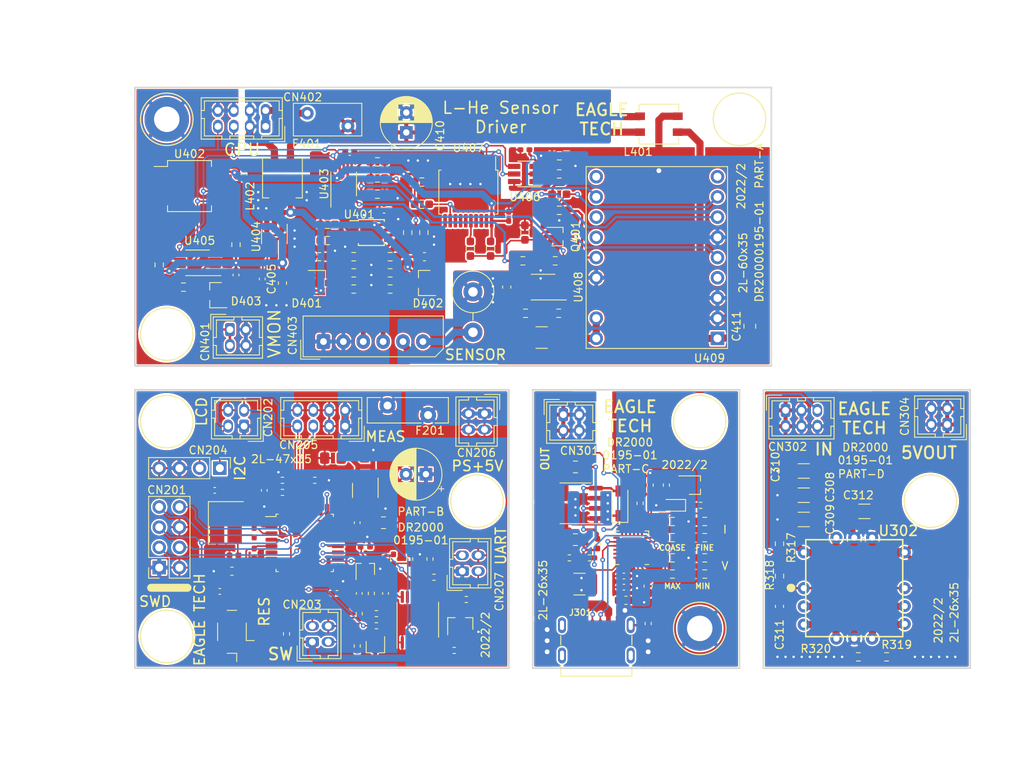
<source format=kicad_pcb>
(kicad_pcb (version 20211014) (generator pcbnew)
  (title_block (date "2021-02-04") (company "Eagle technology Inc"))
  (layers (0 "F.Cu" signal) (31 "B.Cu" signal) (35 "F.Paste" user) (37 "F.SilkS" user "F.Silkscreen") (38 "B.Mask" user) (39 "F.Mask" user) (44 "Edge.Cuts" user))
  (property "D-No" "${変数名}と入力することでこの文字が表示されます")
  (net 0 "")
  (net 1 "GNDD")
  (net 2 "/CPU/NRST")
  (net 3 "+3V3D")
  (net 4 "/CPU/VCP_TX")
  (net 5 "/CPU/SWDIO")
  (net 6 "/CPU/SWCLK")
  (net 7 "/CPU/I2C1_SCL")
  (net 8 "/CPU/I2C1_SDA")
  (net 9 "/CPU/LED_DRIVE")
  (net 10 "/CPU/SW_IN")
  (net 11 "+5VD")
  (net 12 "/CPU/SWITCH")
  (net 13 "/CPU/LED")
  (net 14 "/CPU/USART1_RX")
  (net 15 "/CPU/USART1_TX")
  (net 16 "Net-(C201-Pad2)")
  (net 17 "Net-(C202-Pad2)")
  (net 18 "Net-(C206-Pad1)")
  (net 19 "Net-(C208-Pad1)")
  (net 20 "Net-(Q202-Pad3)")
  (net 21 "Net-(Q202-Pad1)")
  (net 22 "Net-(R202-Pad1)")
  (net 23 "Net-(R204-Pad2)")
  (net 24 "Net-(U201-Pad28)")
  (net 25 "Net-(U201-Pad27)")
  (net 26 "Net-(U201-Pad26)")
  (net 27 "Net-(U201-Pad22)")
  (net 28 "Net-(U201-Pad21)")
  (net 29 "Net-(U201-Pad18)")
  (net 30 "Net-(U201-Pad15)")
  (net 31 "Net-(U201-Pad13)")
  (net 32 "Net-(U201-Pad12)")
  (net 33 "Net-(U201-Pad11)")
  (net 34 "Net-(U201-Pad10)")
  (net 35 "Net-(U201-Pad7)")
  (net 36 "Net-(U201-Pad6)")
  (net 37 "Net-(C209-Pad1)")
  (net 38 "/CPU/VCP_RX")
  (net 39 "Net-(CN206-Pad1)")
  (net 40 "Net-(R212-Pad2)")
  (net 41 "Net-(U203-Pad6)")
  (net 42 "Net-(U203-Pad8)")
  (net 43 "Net-(C212-Pad1)")
  (net 44 "Net-(CN207-Pad2)")
  (net 45 "Net-(CN207-Pad3)")
  (net 46 "Net-(R213-Pad2)")
  (net 47 "Net-(R214-Pad1)")
  (net 48 "Net-(D201-Pad3)")
  (net 49 "GNDA")
  (net 50 "+5VA")
  (net 51 "Net-(C401-Pad1)")
  (net 52 "Net-(C403-Pad1)")
  (net 53 "Net-(C405-Pad1)")
  (net 54 "/Measurement Unit/-VCC")
  (net 55 "/Measurement Unit/+VCC")
  (net 56 "Net-(CN401-Pad1)")
  (net 57 "Net-(CN402-Pad1)")
  (net 58 "/Measurement Unit/SDA_MU")
  (net 59 "/Measurement Unit/SCL_MU")
  (net 60 "Net-(Q401-Pad1)")
  (net 61 "Net-(R405-Pad1)")
  (net 62 "Net-(R406-Pad1)")
  (net 63 "Net-(R407-Pad2)")
  (net 64 "Net-(R407-Pad1)")
  (net 65 "Net-(R408-Pad2)")
  (net 66 "Net-(R408-Pad1)")
  (net 67 "Net-(R411-Pad2)")
  (net 68 "Net-(R411-Pad1)")
  (net 69 "Net-(R413-Pad2)")
  (net 70 "/Measurement Unit/DISABLE_IOUT")
  (net 71 "Net-(R420-Pad1)")
  (net 72 "Net-(R423-Pad2)")
  (net 73 "Net-(U403-Pad2)")
  (net 74 "Net-(U407-Pad19)")
  (net 75 "Net-(U407-Pad18)")
  (net 76 "Net-(U407-Pad17)")
  (net 77 "Net-(U407-Pad15)")
  (net 78 "Net-(U407-Pad14)")
  (net 79 "Net-(U407-Pad13)")
  (net 80 "/Measurement Unit/N_FAULT")
  (net 81 "Net-(U407-Pad11)")
  (net 82 "Net-(U407-Pad10)")
  (net 83 "Net-(U407-Pad8)")
  (net 84 "Net-(U407-Pad7)")
  (net 85 "GNDHV")
  (net 86 "Net-(C411-Pad1)")
  (net 87 "Net-(CN403-Pad4)")
  (net 88 "Net-(CN403-Pad3)")
  (net 89 "Net-(CN403-Pad6)")
  (net 90 "Net-(R426-Pad1)")
  (net 91 "Net-(U402-Pad7)")
  (net 92 "Net-(CN403-Pad5)")
  (net 93 "Net-(U409-Pad13)")
  (net 94 "Net-(U409-Pad12)")
  (net 95 "Net-(U409-Pad10)")
  (net 96 "Net-(U409-Pad9)")
  (net 97 "Net-(U409-Pad4)")
  (net 98 "Net-(C413-Pad1)")
  (net 99 "Net-(R421-Pad2)")
  (net 100 "Net-(C413-Pad2)")
  (net 101 "Net-(R428-Pad2)")
  (net 102 "Net-(R431-Pad2)")
  (net 103 "Net-(R430-Pad2)")
  (net 104 "/Measurement Unit/Vset")
  (net 105 "/Measurement Unit/Vrefout")
  (net 106 "/Measurement Unit/EN")
  (net 107 "Net-(D403-Pad3)")
  (net 108 "+3V3A")
  (net 109 "Net-(U405-Pad10)")
  (net 110 "/USB PD Power Supply/PD_3V3")
  (net 111 "Net-(C302-Pad1)")
  (net 112 "Net-(C305-Pad2)")
  (net 113 "Net-(C306-Pad2)")
  (net 114 "Net-(C307-Pad1)")
  (net 115 "Net-(D301-Pad1)")
  (net 116 "Net-(D301-Pad2)")
  (net 117 "Net-(D302-Pad1)")
  (net 118 "Net-(J301-PadS1)")
  (net 119 "Net-(Q302-Pad3)")
  (net 120 "Net-(Q302-Pad1)")
  (net 121 "Net-(R301-Pad2)")
  (net 122 "Net-(R303-Pad2)")
  (net 123 "Net-(R306-Pad2)")
  (net 124 "Net-(R308-Pad2)")
  (net 125 "Net-(R310-Pad2)")
  (net 126 "Net-(R312-Pad1)")
  (net 127 "Net-(U301-Pad21)")
  (net 128 "Net-(U301-Pad20)")
  (net 129 "Net-(U301-Pad17)")
  (net 130 "Net-(U301-Pad16)")
  (net 131 "Net-(U301-Pad13)")
  (net 132 "Net-(U301-Pad12)")
  (net 133 "Net-(U301-Pad8)")
  (net 134 "Net-(U301-Pad7)")
  (net 135 "Net-(U301-Pad4)")
  (net 136 "Net-(C308-Pad1)")
  (net 137 "Net-(C311-Pad2)")
  (net 138 "Net-(C312-Pad1)")
  (net 139 "Net-(R319-Pad2)")
  (net 140 "Net-(R319-Pad1)")
  (net 141 "Net-(U302-Pad12)")
  (net 142 "Net-(U302-Pad11)")
  (net 143 "Net-(U302-Pad10)")
  (net 144 "Net-(U302-Pad9)")
  (net 145 "Net-(U302-Pad8)")
  (net 146 "Net-(CN302-Pad5)")
  (net 147 "/USB PD Power Supply/CC2")
  (net 148 "/USB PD Power Supply/CC1")
  (footprint "Package_TO_SOT_SMD:SOT-323_SC-70" (layer "F.Cu") (at 128.956 72.554 90)
    (fp_text reference "Q201" hide)
    (fp_text value "SSM3K15AFU")
  )
  (footprint "Package_QFP:LQFP-32_7x7mm_P0.8mm" (layer "F.Cu") (at 121.336 69.252)
    (fp_text reference "U201" hide)
    (fp_text value "STM32F303K8T6")
  )
  (footprint "Resistor_SMD:R_0402_1005Metric_Pad0.72x0.64mm_HandSolder" (layer "F.Cu") (at 130.355 79.666)
    (fp_text reference "R207" hide)
    (fp_text value "1k")
  )
  (footprint "Connector_Hirose:Hirose_DF11-4DP-2DSA_2x02_P2.00mm_Vertical" (layer "F.Cu") (at 113.716 54.572 180)
    (fp_text reference "CN202")
    (fp_text value "DF11-4DP-2DSA")
  )
  (footprint "Resistor_SMD:R_0402_1005Metric_Pad0.72x0.64mm_HandSolder" (layer "F.Cu") (at 128.194 78.142 -90)
    (fp_text reference "R209" hide)
    (fp_text value "47k")
  )
  (footprint "Resistor_SMD:R_0402_1005Metric_Pad0.72x0.64mm_HandSolder" (layer "F.Cu") (at 118.542 62.902)
    (fp_text reference "R204" hide)
    (fp_text value "10k")
  )
  (footprint "Connector_PinSocket_2.54mm:PinSocket_2x04_P2.54mm_Vertical" (layer "F.Cu") (at 103.048 72.352 180)
    (fp_text reference "CN201")
    (fp_text value "PH-2X4S")
  )
  (footprint "Capacitor_SMD:C_0402_1005Metric_Pad0.74x0.62mm_HandSolder" (layer "F.Cu") (at 114.986 70.522 -90)
    (fp_text reference "C206" hide)
    (fp_text value "0.1u/16V")
  )
  (footprint "Capacitor_SMD:C_0402_1005Metric_Pad0.74x0.62mm_HandSolder" (layer "F.Cu") (at 116.256 62.648 -90)
    (fp_text reference "C204" hide)
    (fp_text value "0.1u/16V")
  )
  (footprint "Resistor_SMD:R_0402_1005Metric_Pad0.72x0.64mm_HandSolder" (layer "F.Cu") (at 114.986 67.982 -90)
    (fp_text reference "R202" hide)
    (fp_text value "120")
  )
  (footprint "Capacitor_SMD:C_0402_1005Metric_Pad0.74x0.62mm_HandSolder" (layer "F.Cu") (at 110.033 62.648)
    (fp_text reference "C201" hide)
    (fp_text value "6p")
  )
  (footprint "Capacitor_SMD:C_0402_1005Metric_Pad0.74x0.62mm_HandSolder" (layer "F.Cu") (at 112.446 70.776)
    (fp_text reference "C202" hide)
    (fp_text value "6p")
  )
  (footprint "Capacitor_SMD:C_0805_2012Metric_Pad1.18x1.45mm_HandSolder" (layer "F.Cu") (at 131.242 66.712)
    (fp_text reference "C213" hide)
    (fp_text value "4.7u/25V")
  )
  (footprint "Capacitor_SMD:C_0402_1005Metric_Pad0.74x0.62mm_HandSolder" (layer "F.Cu") (at 127.94 66.712 -90)
    (fp_text reference "C212" hide)
    (fp_text value "10n")
  )
  (footprint "Resistor_SMD:R_0402_1005Metric_Pad0.72x0.64mm_HandSolder" (layer "F.Cu") (at 119.05 80.682 -90)
    (fp_text reference "R211" hide)
    (fp_text value "4.7k")
  )
  (footprint "Inductor_SMD:L_0603_1608Metric" (layer "F.Cu") (at 112.192 72.808 180)
    (fp_text reference "L201" hide)
    (fp_text value "BLM18RK102SN1D")
  )
  (footprint "Crystal:Crystal_SMD_SeikoEpson_FA238-4Pin_3.2x2.5mm_HandSoldering" (layer "F.Cu") (at 111.43 66.764 -90)
    (fp_text reference "Y201" hide)
    (fp_text value "FA238-16MHz")
  )
  (footprint "Capacitor_SMD:C_0402_1005Metric_Pad0.74x0.62mm_HandSolder" (layer "F.Cu") (at 128.194 75.602 -90)
    (fp_text reference "C208" hide)
    (fp_text value "0.1u/16V")
  )
  (footprint "Resistor_SMD:R_0402_1005Metric_Pad0.72x0.64mm_HandSolder" (layer "F.Cu") (at 128.956 69.76)
    (fp_text reference "R205" hide)
    (fp_text value "100k")
  )
  (footprint "Package_TO_SOT_SMD:SOT-23-5_HandSoldering" (layer "F.Cu") (at 128.956 62.648 -90)
    (fp_text reference "U204" hide)
    (fp_text value "TPS79933DDC")
  )
  (footprint "Capacitor_SMD:C_0805_2012Metric_Pad1.18x1.45mm_HandSolder" (layer "F.Cu") (at 124.892 58.584 180)
    (fp_text reference "C211" hide)
    (fp_text value "4.7u/25V")
  )
  (footprint "Resistor_SMD:R_0402_1005Metric_Pad0.72x0.64mm_HandSolder" (layer "F.Cu") (at 118.542 61.378 180)
    (fp_text reference "R201" hide)
    (fp_text value "10k")
  )
  (footprint "Resistor_SMD:R_0402_1005Metric_Pad0.72x0.64mm_HandSolder" (layer "F.Cu") (at 140.132 82.766 180)
    (fp_text reference "R212" hide)
    (fp_text value "100k")
  )
  (footprint "Resistor_SMD:R_0402_1005Metric_Pad0.72x0.64mm_HandSolder" (layer "F.Cu") (at 137.592 73.57 180)
    (fp_text reference "R213" hide)
    (fp_text value "100k")
  )
  (footprint "Resistor_SMD:R_0402_1005Metric_Pad0.72x0.64mm_HandSolder" (layer "F.Cu") (at 134.544 71.284 90)
    (fp_text reference "R216" hide)
    (fp_text value "0")
  )
  (footprint "Resistor_SMD:R_0402_1005Metric_Pad0.72x0.64mm_HandSolder" (layer "F.Cu") (at 132.512 71.284 90)
    (fp_text reference "R217" hide)
    (fp_text value "---")
  )
  (footprint "Package_TO_SOT_SMD:SOT-23" (layer "F.Cu") (at 140.894 79.412 90)
    (fp_text reference "D201" hide)
    (fp_text value "1SS226")
  )
  (footprint "Resistor_SMD:R_0402_1005Metric_Pad0.72x0.64mm_HandSolder" (layer "F.Cu") (at 141.656 76.364)
    (fp_text reference "R215" hide)
    (fp_text value "100")
  )
  (footprint "Connector_Hirose:Hirose_DF11-4DP-2DSA_2x02_P2.00mm_Vertical" (layer "F.Cu") (at 143.942 52.996 -90)
    (fp_text reference "CN206")
    (fp_text value "DF11-4DP-2DSA")
  )
  (footprint "Resistor_SMD:R_0402_1005Metric_Pad0.72x0.64mm_HandSolder" (layer "F.Cu") (at 137.084 71.284 90)
    (fp_text reference "R214" hide)
    (fp_text value "100")
  )
  (footprint "Package_TO_SOT_SMD:SOT-323_SC-70" (layer "F.Cu") (at 130.226 82.333 -90)
    (fp_text reference "Q202" hide)
    (fp_text value "SSM3K15AFU")
  )
  (footprint "Capacitor_SMD:C_0402_1005Metric_Pad0.74x0.62mm_HandSolder" (layer "F.Cu") (at 110.668 75.348 180)
    (fp_text reference "C203" hide)
    (fp_text value "0.1u/16V")
  )
  (footprint "Oscillator:Oscillator_SMD_Fordahl_DFAS15-4Pin_5.0x3.2mm_HandSoldering" (layer "F.Cu") (at 112.192 80.428 90)
    (fp_text reference "SW201" hide)
    (fp_text value "SKRPACE010")
  )
  (footprint "Capacitor_THT:CP_Radial_D6.3mm_P2.50mm" (layer "F.Cu") (at 134.112 17.653 90)
    (fp_text reference "C410")
    (fp_text value "56u/10V/OS")
  )
  (footprint "Capacitor_SMD:C_0402_1005Metric_Pad0.74x0.62mm_HandSolder" (layer "F.Cu") (at 131.318 27.432 180)
    (fp_text reference "C402" hide)
    (fp_text value "0.1u/16V")
  )
  (footprint "Capacitor_SMD:C_0402_1005Metric_Pad0.74x0.62mm_HandSolder" (layer "F.Cu") (at 127 20.168)
    (fp_text reference "C406" hide)
    (fp_text value "0.1u/16V")
  )
  (footprint "Capacitor_SMD:C_0402_1005Metric_Pad0.74x0.62mm_HandSolder" (layer "F.Cu") (at 146.99 28.204 90)
    (fp_text reference "C409" hide)
    (fp_text value "0.1u/16V")
  )
  (footprint "Capacitor_SMD:C_0402_1005Metric_Pad0.74x0.62mm_HandSolder" (layer "F.Cu") (at 113.716 22.87 -90)
    (fp_text reference "C412" hide)
    (fp_text value "0.1u/16V")
  )
  (footprint "Resistor_SMD:R_0603_1608Metric_Pad0.98x0.95mm_HandSolder" (layer "F.Cu") (at 152.832 33.792)
    (fp_text reference "R429" hide)
    (fp_text value "4.99k")
  )
  (footprint "Capacitor_SMD:C_0603_1608Metric_Pad1.08x0.95mm_HandSolder" (layer "F.Cu") (at 136.398 33.274)
    (fp_text reference "C401" hide)
    (fp_text value "0.1u/50V")
  )
  (footprint "Capacitor_SMD:C_0603_1608Metric_Pad1.05x0.95mm_HandSolder" (layer "F.Cu") (at 118.542 36.586 -90)
    (fp_text reference "C404" hide)
    (fp_text value "4.7u/25V")
  )
  (footprint "Capacitor_SMD:C_0402_1005Metric_Pad0.74x0.62mm_HandSolder" (layer "F.Cu") (at 116.002 36.078 -90)
    (fp_text reference "C405")
    (fp_text value "10n")
  )
  (footprint "Connector_Hirose:Hirose_DF11-4DP-2DSA_2x02_P2.00mm_Vertical" (layer "F.Cu") (at 111.938 42.428)
    (fp_text reference "CN401")
    (fp_text value "DF11-4DP-2DSA")
  )
  (footprint "EH-900:D_SOT-236MOD_AKC" (layer "F.Cu") (at 136.398 36.576 180)
    (fp_text reference "D402")
    (fp_text value "1SS379")
  )
  (footprint "Package_TO_SOT_SMD:SOT-323_SC-70" (layer "F.Cu") (at 153.086 30.744)
    (fp_text reference "Q401")
    (fp_text value "SSM3K15AFU")
  )
  (footprint "Resistor_SMD:R_0603_1608Metric_Pad0.98x0.95mm_HandSolder" (layer "F.Cu") (at 132.08 37.338)
    (fp_text reference "R401" hide)
    (fp_text value "910k/THICK")
  )
  (footprint "Resistor_SMD:R_0603_1608Metric_Pad0.98x0.95mm_HandSolder" (layer "F.Cu") (at 132.08 35.306 180)
    (fp_text reference "R402" hide)
    (fp_text value "100k/THICK")
  )
  (footprint "Resistor_SMD:R_0603_1608Metric_Pad0.98x0.95mm_HandSolder" (layer "F.Cu") (at 127.508 37.338 180)
    (fp_text reference "R403" hide)
    (fp_text value "910k/THICK")
  )
  (footprint "Resistor_SMD:R_0603_1608Metric_Pad0.98x0.95mm_HandSolder" (layer "F.Cu") (at 127.508 35.306 180)
    (fp_text reference "R404" hide)
    (fp_text value "100k/THICK")
  )
  (footprint "Resistor_SMD:R_0603_1608Metric_Pad0.98x0.95mm_HandSolder" (layer "F.Cu") (at 127.508 33.274 180)
    (fp_text reference "R405" hide)
    (fp_text value "1k/THICK")
  )
  (footprint "Resistor_SMD:R_0603_1608Metric_Pad0.98x0.95mm_HandSolder" (layer "F.Cu") (at 132.08 33.274)
    (fp_text reference "R406" hide)
    (fp_text value "1k/THICK")
  )
  (footprint "Resistor_SMD:R_0603_1608Metric_Pad0.98x0.95mm_HandSolder" (layer "F.Cu") (at 124.206 29.21)
    (fp_text reference "R407" hide)
    (fp_text value "6.2k")
  )
  (footprint "Resistor_SMD:R_0603_1608Metric_Pad0.98x0.95mm_HandSolder" (layer "F.Cu") (at 130.48 23.378 180)
    (fp_text reference "R411" hide)
    (fp_text value "100/THICK")
  )
  (footprint "Resistor_SMD:R_0603_1608Metric_Pad0.98x0.95mm_HandSolder" (layer "F.Cu") (at 130.48 21.346)
    (fp_text reference "R412" hide)
    (fp_text value "---")
  )
  (footprint "Resistor_SMD:R_0603_1608Metric_Pad0.98x0.95mm_HandSolder" (layer "F.Cu") (at 149.098 40.386 180)
    (fp_text reference "R421" hide)
    (fp_text value "49.9")
  )
  (footprint "Resistor_SMD:R_0603_1608Metric_Pad0.98x0.95mm_HandSolder" (layer "F.Cu") (at 153.2655 40.386)
    (fp_text reference "R428" hide)
    (fp_text value "49.9")
  )
  (footprint "Capacitor_SMD:C_0603_1608Metric_Pad1.08x0.95mm_HandSolder" (layer "F.Cu") (at 146.736 37.094 90)
    (fp_text reference "C413" hide)
    (fp_text value "0.1u/50V")
  )
  (footprint "Resistor_SMD:R_0603_1608Metric_Pad0.98x0.95mm_HandSolder" (layer "F.Cu") (at 136.068 23.886)
    (fp_text reference "R423" hide)
    (fp_text value "100k/THICK")
  )
  (footprint "Resistor_THT:R_Axial_DIN0516_L15.5mm_D5.0mm_P5.08mm_Vertical" (layer "F.Cu") (at 142.494 37.694 -90)
    (fp_text reference "R419" hide)
    (fp_text value "68/1W/LEAD" hide)
  )
  (footprint "Package_SO:VSSOP-10_3x3mm_P0.5mm" (layer "F.Cu") (at 126.238 24.13 90)
    (fp_text reference "U403")
    (fp_text value "ADS1115IDGS")
  )
  (footprint "Package_SO:MSOP-8_3x3mm_P0.65mm" (layer "F.Cu") (at 151.308 37.094 180)
    (fp_text reference "U408")
    (fp_text value "LTC6102CMS8")
  )
  (footprint "Resistor_SMD:R_0603_1608Metric_Pad0.98x0.95mm_HandSolder" (layer "F.Cu") (at 148.768 33.792 180)
    (fp_text reference "R413" hide)
    (fp_text value "100/THICK")
  )
  (footprint "Resistor_SMD:R_0603_1608Metric_Pad0.98x0.95mm_HandSolder" (layer "F.Cu") (at 153.34 20.584 180)
    (fp_text reference "R416" hide)
    (fp_text value "2.2k")
  )
  (footprint "Resistor_SMD:R_0603_1608Metric_Pad0.98x0.95mm_HandSolder" (layer "F.Cu") (at 149.022 30.236 90)
    (fp_text reference "R417" hide)
    (fp_text value "---")
  )
  (footprint "Package_TO_SOT_SMD:SOT-23-6_Handsoldering" (layer "F.Cu") (at 149.022 22.87 180)
    (fp_text reference "U406")
    (fp_text value "MCP4725A0T")
  )
  (footprint "Package_SO:TSSOP-8_3x3mm_P0.65mm" (layer "F.Cu") (at 129.718 30.236)
    (fp_text reference "U401")
    (fp_text value "OPA2344EA")
  )
  (footprint "Resistor_SMD:R_0603_1608Metric_Pad0.98x0.95mm_HandSolder" (layer "F.Cu") (at 153.34 22.87)
    (fp_text reference "R426" hide)
    (fp_text value "100k")
  )
  (footprint "Resistor_SMD:R_1210_3225Metric_Pad1.30x2.65mm_HandSolder" (layer "F.Cu") (at 151.13 43.434)
    (fp_text reference "R427" hide)
    (fp_text value "0.2/0.5W")
  )
  (footprint "Resistor_SMD:R_0402_1005Metric_Pad0.72x0.64mm_HandSolder" (layer "F.Cu") (at 122.606 61.378)
    (fp_text reference "R203" hide)
    (fp_text value "10k")
  )
  (footprint "EH-900:SSOP-20_5.3x7.2mm_P0.65mm_microChip" (layer "F.Cu") (at 141.91 25.156 -90)
    (fp_text reference "U407")
    (fp_text value "MCP23008-xSS" hide)
  )
  (footprint "EH-900:L_CommonModeChoke_TDK_ACM4520" (layer "F.Cu") (at 165.862 16.612 180)
    (fp_text reference "L401")
    (fp_text value "ACM4520-142")
  )
  (footprint "EH-900:Converter_DCDC_StrawBerryLinux_LT3922" (layer "F.Cu") (at 173.228 43.536 180)
    (fp_text reference "U409")
    (fp_text value "LT3922" hide)
  )
  (footprint "Capacitor_SMD:C_0805_2012Metric_Pad1.18x1.45mm_HandSolder" (layer "F.Cu") (at 177.292 42.012 90)
    (fp_text reference "C411")
    (fp_text value "10u/25V")
  )
  (footprint "Connector_Hirose:Hirose_DF11-8DP-2DSA_2x04_P2.00mm_Vertical" (layer "F.Cu") (at 116.427 16.891 180)
    (fp_text reference "CN402")
    (fp_text value "DF11-8DP-2DSA")
  )
  (footprint "Resistor_SMD:R_0603_1608Metric_Pad0.98x0.95mm_HandSolder" (layer "F.Cu") (at 142.164 32.268 90)
    (fp_text reference "R424" hide)
    (fp_text value "1k/THICK")
  )
  (footprint "Resistor_SMD:R_0402_1005Metric_Pad0.72x0.64mm_HandSolder" (layer "F.Cu") (at 127.94 82.206 90)
    (fp_text reference "R210" hide)
    (fp_text value "330")
  )
  (footprint "EH-900:Fuse_Littelfuse_RXEF050_8.0x3.0x5.08LEAD" (layer "F.Cu") (at 121.666 15.24)
    (fp_text reference "F401")
    (fp_text value "RXEF050")
  )
  (footprint "EH-900:D_SOT-236MOD_AKC" (layer "F.Cu") (at 123.19 36.576)
    (fp_text reference "D401")
    (fp_text value "1SS379")
  )
  (footprint "Resistor_SMD:R_0603_1608Metric_Pad0.98x0.95mm_HandSolder" (layer "F.Cu") (at 134.29 30.236 -90)
    (fp_text reference "R408" hide)
    (fp_text value "6.2k")
  )
  (footprint "Resistor_SMD:R_0603_1608Metric_Pad0.98x0.95mm_HandSolder" (layer "F.Cu") (at 124.206 31.242)
    (fp_text reference "R410" hide)
    (fp_text value "4.3k")
  )
  (footprint "Resistor_SMD:R_0603_1608Metric_Pad0.98x0.95mm_HandSolder" (layer "F.Cu") (at 144.704 32.268 -90)
    (fp_text reference "R418" hide)
    (fp_text value "100k/THICK")
  )
  (footprint "EH-900:MountingHole_3.2mm_M3_JISB1111_Pad_TopBottom" (layer "F.Cu") (at 104 16 90)
    (fp_text reference "REF**" hide)
    (fp_text value "MountingHole_3.2mm_M3_JISB1111_Pad_TopBottom" hide)
  )
  (footprint "Connector_Molex:Molex_SPOX_5267-06A_1x06_P2.50mm_Vertical" (layer "F.Cu") (at 123.698 43.942)
    (fp_text reference "CN403")
    (fp_text value "5267-06A")
  )
  (footprint "Resistor_SMD:R_0603_1608Metric_Pad0.98x0.95mm_HandSolder" (layer "F.Cu") (at 136.068 26.68)
    (fp_text reference "R425" hide)
    (fp_text value "100k/THICK")
  )
  (footprint "EH-900:L_CommonModeChoke_TDK_ACM4520" (layer "F.Cu") (at 118.542 23.378 90)
    (fp_text reference "L402")
    (fp_text value "ACM4520-142")
  )
  (footprint "Resistor_SMD:R_0603_1608Metric_Pad0.98x0.95mm_HandSolder" (layer "F.Cu") (at 106.096 37.094)
    (fp_text reference "R422" hide)
    (fp_text value "100/THICK")
  )
  (footprint "Package_SO:SO-8_5.3x6.2mm_P1.27mm" (layer "F.Cu") (at 106.858 24.394)
    (fp_text reference "U402")
    (fp_text value "MB85RC256V")
  )
  (footprint "Resistor_SMD:R_0603_1608Metric_Pad0.98x0.95mm_HandSolder" (layer "F.Cu") (at 153.34 25.41 180)
    (fp_text reference "R415" hide)
    (fp_text value "7.5k")
  )
  (footprint "Resistor_SMD:R_0603_1608Metric_Pad0.98x0.95mm_HandSolder" (layer "F.Cu") (at 153.34 27.442 180)
    (fp_text reference "R420" hide)
    (fp_text value "0")
  )
  (footprint "Capacitor_SMD:C_0402_1005Metric_Pad0.74x0.62mm_HandSolder" (layer "F.Cu") (at 149.022 19.822 180)
    (fp_text reference "C408" hide)
    (fp_text value "0.1u/16V")
  )
  (footprint "Resistor_SMD:R_0603_1608Metric_Pad0.98x0.95mm_HandSolder" (layer "F.Cu") (at 130.48 25.41)
    (fp_text reference "R414" hide)
    (fp_text value "---")
  )
  (footprint "EH-900:MountingHole_3.2mm_M3_JISB1111" (layer "F.Cu") (at 104 81)
    (fp_text reference "REF**" hide)
    (fp_text value "MountingHole_3.2mm_M3_JISB111" hide)
  )
  (footprint "Capacitor_SMD:C_0402_1005Metric_Pad0.74x0.62mm_HandSolder" (layer "F.Cu") (at 125.4 75.602 180)
    (fp_text reference "C205" hide)
    (fp_text value "0.1u/16V")
  )
  (footprint "Connector_Hirose:Hirose_DF11-4DP-2DSA_2x02_P2.00mm_Vertical" (layer "F.Cu") (at 122.3 81.698 90)
    (fp_text reference "CN203")
    (fp_text value "DF11-4DP-2DSA")
  )
  (footprint "Package_SO:TSSOP-14_4.4x5mm_P0.65mm" (layer "F.Cu") (at 135.56 78.904 90)
    (fp_text reference "U203" hide)
    (fp_text value "74VHCT125AFT")
  )
  (footprint "EH-900:MountingHole_3.2mm_M3_JISB1111" (layer "F.Cu") (at 176 16)
    (fp_text reference "REF**" hide)
    (fp_text value "MountingHole_3.2mm_M3_JISB111" hide)
  )
  (footprint "Capacitor_SMD:C_0402_1005Metric_Pad0.74x0.62mm_HandSolder" (layer "F.Cu") (at 131.496 75.602 -90)
    (fp_text reference "C209" hide)
    (fp_text value "0.1u/16V")
  )
  (footprint "EH-900:MountingHole_3.2mm_M3_JISB1111" (layer "F.Cu") (at 143 64)
    (fp_text reference "REF**" hide)
    (fp_text value "MountingHole_3.2mm_M3_JISB111" hide)
  )
  (footprint "Capacitor_THT:CP_Radial_D6.3mm_P2.50mm" (layer "F.Cu") (at 136.576 60.616 180)
    (fp_text reference "C210" hide)
    (fp_text value "56u/10V/OS")
  )
  (footprint "Fuse:Fuse_Bourns_MF-RHT400" (layer "F.Cu") (at 131.75 51.98)
    (fp_text reference "F201")
    (fp_text value "RXEF075")
  )
  (footprint "Resistor_SMD:R_0402_1005Metric_Pad0.72x0.64mm_HandSolder" (layer "F.Cu") (at 130.353 78.142)
    (fp_text reference "R208" hide)
    (fp_text value "100k")
  )
  (footprint "Resistor_SMD:R_0402_1005Metric_Pad0.72x0.64mm_HandSolder" (layer "F.Cu") (at 129.718 75.602 90)
    (fp_text reference "R206" hide)
    (fp_text value "100k")
  )
  (footprint "Connector_Hirose:Hirose_DF11-8DP-2DSA_2x04_P2.00mm_Vertical" (layer "F.Cu") (at 126.416 54.572 180)
    (fp_text reference "CN205")
    (fp_text value "DF11-8DP-2DSA")
  )
  (footprint "Connector_Hirose:Hirose_DF11-4DP-2DSA_2x02_P2.00mm_Vertical" (layer "F.Cu") (at 141.148 72.808 90)
    (fp_text reference "CN207")
    (fp_text value "DF11-4DP-2DSA")
  )
  (footprint "Connector_PinHeader_2.54mm:PinHeader_1x04_P2.54mm_Vertical" (layer "F.Cu") (at 110.668 59.854 -90)
    (fp_text reference "CN204")
    (fp_text value "826646-4")
  )
  (footprint "Capacitor_SMD:C_0603_1608Metric_Pad1.05x0.95mm_HandSolder" (layer "F.Cu") (at 123.19 33.274 180)
    (fp_text reference "C403" hide)
    (fp_text value "0.1u/50V")
  )
  (footprint "Package_TO_SOT_SMD:SOT-23" (layer "F.Cu") (at 110.16 38.11 180)
    (fp_text reference "D403")
    (fp_text value "1SS226")
  )
  (footprint "Capacitor_SMD:C_0402_1005Metric_Pad0.74x0.62mm_HandSolder" (layer "F.Cu") (at 112.7 35.57 90)
    (fp_text reference "C407" hide)
    (fp_text value "0.1u/16V")
  )
  (footprint "Package_SO:VSSOP-10_3x3mm_P0.5mm" (layer "F.Cu") (at 107.874 34.046 180)
    (fp_text reference "U405")
    (fp_text value "DAC80501ZDGS")
  )
  (footprint "Resistor_SMD:R_0603_1608Metric_Pad0.98x0.95mm_HandSolder" (layer "F.Cu") (at 112.7 31.76 90)
    (fp_text reference "R430" hide)
    (fp_text value "100k/THICK")
  )
  (footprint "Package_TO_SOT_SMD:SOT-23-5_HandSoldering" (layer "F.Cu") (at 117.526 30.744 -90)
    (fp_text reference "U404")
    (fp_text value "TPS79933DDC")
  )
  (footprint "EH-900:MountingHole_3.2mm_M3_JISB1111" (layer "F.Cu") (at 104 54)
    (fp_text reference "REF**" hide)
    (fp_text value "MountingHole_3.2mm_M3_JISB111" hide)
  )
  (footprint "EH-900:MountingHole_3.2mm_M3_JISB1111" (layer "F.Cu") (at 104 43)
    (fp_text reference "REF**" hide)
    (fp_text value "MountingHole_3.2mm_M3_JISB111" hide)
  )
  (footprint "Resistor_SMD:R_0603_1608Metric_Pad0.98x0.95mm_HandSolder" (layer "F.Cu") (at 103.048 34.3 90)
    (fp_text reference "R431" hide)
    (fp_text value "100k/THICK")
  )
  (footprint "Capacitor_SMD:C_0603_1608Metric_Pad1.08x0.95mm_HandSolder" (layer "F.Cu") (at 161.722 76.464)
    (fp_text reference "C301" hide)
    (fp_text value "1u/50V" hide)
  )
  (footprint "Capacitor_SMD:C_0402_1005Metric_Pad0.74x0.62mm_HandSolder" (layer "F.Cu") (at 161.468 74.813)
    (fp_text reference "C303" hide)
    (fp_text value "0.1u/16V" hide)
  )
  (footprint "Capacitor_SMD:C_0402_1005Metric_Pad0.74x0.62mm_HandSolder" (layer "F.Cu") (at 161.468 73.416)
    (fp_text reference "C304" hide)
    (fp_text value "0.1u/16V" hide)
  )
  (footprint "Capacitor_SMD:C_0805_2012Metric_Pad1.18x1.45mm_HandSolder" (layer "F.Cu") (at 155.372 68.844)
    (fp_text reference "C305" hide)
    (fp_text value "1u/50V" hide)
  )
  (footprint "Capacitor_SMD:C_0603_1608Metric_Pad1.08x0.95mm_HandSolder" (layer "F.Cu") (at 164.516 74.686 90)
    (fp_text reference "C306" hide)
    (fp_text value "1u/50V" hide)
  )
  (footprint "Capacitor_SMD:C_0805_2012Metric_Pad1.18x1.45mm_HandSolder" (layer "F.Cu") (at 155.372 59.7)
    (fp_text reference "C307" hide)
    (fp_text value "1u/50V" hide)
  )
  (footprint "EH-900:CUI_UJC-HP-3-SMT-TR" (layer "F.Cu") (at 158 79.6)
    (fp_text reference "J301")
    (fp_text value "UJC-HP-3-SMT-TR")
  )
  (footprint "Package_SO:SO-8_3.9x4.9mm_P1.27mm" (layer "F.Cu") (at 155.372 64.272 180)
    (fp_text reference "Q301" hide)
    (fp_text value "IRF9362" hide)
  )
  (footprint "Package_TO_SOT_SMD:SOT-323_SC-70_Handsoldering" (layer "F.Cu") (at 170.358 61.986)
    (fp_text reference "Q302" hide)
    (fp_text value "Q_NMOS_DGS" hide)
  )
  (footprint "Resistor_SMD:R_0603_1608Metric_Pad0.98x0.95mm_HandSolder" (layer "F.Cu") (at 171.628 66.558)
    (fp_text reference "R301" hide)
    (fp_text value "---" hide)
  )
  (footprint "Resistor_SMD:R_0603_1608Metric_Pad0.98x0.95mm_HandSolder" (layer "F.Cu") (at 171.628 68.59 180)
    (fp_text reference "R302" hide)
    (fp_text value "2.4k/THICK" hide)
  )
  (footprint "Resistor_SMD:R_0603_1608Metric_Pad0.98x0.95mm_HandSolder" (layer "F.Cu") (at 167.564 66.558 180)
    (fp_text reference "R303" hide)
    (fp_text value "3.6k/THICK" hide)
  )
  (footprint "Resistor_SMD:R_0603_1608Metric_Pad0.98x0.95mm_HandSolder" (layer "F.Cu") (at 167.564 68.59)
    (fp_text reference "R304" hide)
    (fp_text value "2.4k/THICK" hide)
  )
  (footprint "Resistor_SMD:R_0603_1608Metric_Pad0.98x0.95mm_HandSolder" (layer "F.Cu") (at 171.628 71.13)
    (fp_text reference "R306" hide)
    (fp_text value "5.1k/THICK" hide)
  )
  (footprint "Resistor_SMD:R_0603_1608Metric_Pad0.98x0.95mm_HandSolder" (layer "F.Cu") (at 171.628 73.162 180)
    (fp_text reference "R307" hide)
    (fp_text value "1k/THICK" hide)
  )
  (footprint "Resistor_SMD:R_0603_1608Metric_Pad0.98x0.95mm_HandSolder" (layer "F.Cu") (at 167.564 71.13 180)
    (fp_text reference "R308" hide)
    (fp_text value "5.1k/THICK" hide)
  )
  (footprint "Resistor_SMD:R_0603_1608Metric_Pad0.98x0.95mm_HandSolder" (layer "F.Cu") (at 167.564 73.162)
    (fp_text reference "R309" hide)
    (fp_text value "1k/THICK" hide)
  )
  (footprint "Resistor_SMD:R_0402_1005Metric_Pad0.72x0.64mm_HandSolder" (layer "F.Cu") (at 154.61 71.13)
    (fp_text reference "R311" hide)
    (fp_text value "10k/THICK" hide)
  )
  (footprint "Resistor_SMD:R_0402_1005Metric_Pad0.72x0.64mm_HandSolder" (layer "F.Cu") (at 164.77 61.986 90)
    (fp_text reference "R312" hide)
    (fp_text value "5.1k/THICK" hide)
  )
  (footprint "Resistor_SMD:R_0402_1005Metric_Pad0.72x0.64mm_HandSolder" (layer "F.Cu") (at 158.166 69.352 -90)
    (fp_text reference "R314" hide)
    (fp_text value "0" hide)
  )
  (footprint "Resistor_SMD:R_0402_1005Metric_Pad0.72x0.64mm_HandSolder" (layer "F.Cu") (at 166.802 61.986 -90)
    (fp_text reference "R315" hide)
    (fp_text value "100k/THICK" hide)
  )
  (footprint "Resistor_SMD:R_0402_1005Metric_Pad0.72x0.64mm_HandSolder" (layer "F.Cu") (at 171.12 64.526)
    (fp_text reference "R316" hide)
    (fp_text value "1k/THICK" hide)
  )
  (footprint "Diode_SMD:D_0603_1608Metric_Pad1.05x0.95mm_HandSolder" (layer "F.Cu") (at 167.564 64.526 180)
    (fp_text reference "D302" hide)
    (fp_text value "KP-1608SYCK" hide)
  )
  (footprint "Resistor_SMD:R_0402_1005Metric_Pad0.72x0.64mm_HandSolder" (layer "F.Cu") (at 163.5 64.272 90)
    (fp_text reference "R313" hide)
    (fp_text value "51k/THICK" hide)
  )
  (footprint "Package_DFN_QFN:QFN-24-1EP_4x4mm_P0.5mm_EP2.6x2.6mm" (layer "F.Cu") (at 162.484 69.86 180)
    (fp_text reference "U301" hide)
    (fp_text value "CYPD3177-24LQXQ" hide)
  )
  (footprint "Capacitor_SMD:C_1210_3225Metric_Pad1.33x2.70mm_HandSolder" (layer "F.Cu") (at 155.88 74.432)
    (fp_text reference "C302" hide)
    (fp_text value "3.3u/50V" hide)
  )
  (footprint "EH-900:MountingHole_3.2mm_M3_JISB1111_Pad_TopBottom" (layer "F.Cu") (at 171 80)
    (fp_text reference "REF**" hide)
    (fp_text value "MountingHole_3.2mm_M3_JISB1111_Pad_TopBottom" hide)
  )
  (footprint "Resistor_SMD:R_0402_1005Metric_Pad0.72x0.64mm_HandSolder" (layer "F.Cu") (at 164.516 79.385 90)
    (fp_text reference "R305" hide)
    (fp_text value "10k/THICK" hide)
  )
  (footprint "Resistor_SMD:R_0402_1005Metric_Pad0.72x0.64mm_HandSolder" (layer "F.Cu") (at 157.15 71.13)
    (fp_text reference "R310" hide)
    (fp_text value "1k/THICK" hide)
  )
  (footprint "Diode_SMD:D_SOD-123F_HandSoldering" (layer "F.Cu") (at 160.96 64.272 90)
    (fp_text reference "D301" hide)
    (fp_text value "NZH10C-115" hide)
  )
  (footprint "Capacitor_SMD:C_1206_3216Metric_Pad1.33x1.80mm_HandSolder" (layer "F.Cu") (at 184.074 66.304 180)
    (fp_text reference "C309")
    (fp_text value "10u/25V")
  )
  (footprint "Capacitor_SMD:C_1206_3216Metric_Pad1.33x1.80mm_HandSolder" (layer "F.Cu") (at 184.074 60.208 180)
    (fp_text reference "C310")
    (fp_text value "10u/25V")
  )
  (footprint "Capacitor_SMD:C_0603_1608Metric_Pad1.08x0.95mm_HandSolder" (layer "F.Cu") (at 181.026 77.226 90)
    (fp_text reference "C311")
    (fp_text value "0.1u/50V" hide)
  )
  (footprint "Resistor_SMD:R_0603_1608Metric_Pad0.98x0.95mm_HandSolder" (layer "F.Cu") (at 181.026 69.352 90)
    (fp_text reference "R317")
    (fp_text value "20k/THICK" hide)
  )
  (footprint "Resistor_SMD:R_0603_1608Metric_Pad0.98x0.95mm_HandSolder" (layer "F.Cu") (at 181.026 73.416 90)
    (fp_text reference "R318")
    (fp_text value "20k/THICK" hide)
  )
  (footprint "Resistor_SMD:R_0603_1608Metric_Pad0.98x0.95mm_HandSolder" (layer "F.Cu") (at 190.932 83.576 180)
    (fp_text reference "R320")
    (fp_text value "330/THICK" hide)
  )
  (footprint "Resistor_SMD:R_0603_1608Metric_Pad0.98x0.95mm_HandSolder" (layer "F.Cu") (at 194.488 83.576 180)
    (fp_text reference "R319")
    (fp_text value "1k/THICK" hide)
  )
  (footprint "EH-900:MountingHole_3.2mm_M3_JISB1111" (layer "F.Cu") (at 171 54)
    (fp_text reference "REF**" hide)
    (fp_text value "MountingHole_3.2mm_M3_JISB111" hide)
  )
  (footprint "EH-900:MountingHole_3.2mm_M3_JISB1111" (layer "F.Cu") (at 200 64)
    (fp_text reference "REF**" hide)
    (fp_text value "MountingHole_3.2mm_M3_JISB111" hide)
  )
  (footprint "EH-900:OKLT3W12PC" (layer "F.Cu") (at 190.424 74.94)
    (fp_text reference "U302")
    (fp_text value "OKL-T_3-W12N-C" hide)
  )
  (footprint "Capacitor_SMD:C_1206_3216Metric_Pad1.33x1.80mm_HandSolder" (layer "F.Cu") (at 191.694 65.288 180)
    (fp_text reference "C312")
    (fp_text value "10u/25V")
  )
  (footprint "Capacitor_SMD:C_1206_3216Metric_Pad1.33x1.80mm_HandSolder" (layer "F.Cu") (at 184.074 63.256 180)
    (fp_text reference "C308")
    (fp_text value "10u/25V")
  )
  (footprint "Connector_Hirose:Hirose_DF11-4DP-2DSA_2x02_P2.00mm_Vertical" (layer "F.Cu") (at 202.108 54.366 180)
    (fp_text reference "CN304")
    (fp_text value "DF11-4DP-2DSA")
  )
  (footprint "Connector_Hirose:Hirose_DF11-6DP-2DSA_2x03_P2.00mm_Vertical" (layer "F.Cu") (at 181.788 52.588)
    (fp_text reference "CN302")
    (fp_text value "DF11-6DP-2DSA")
  )
  (footprint "Connector_Hirose:Hirose_DF11-4DP-2DSA_2x02_P2.00mm_Vertical" (layer "F.Cu") (at 153.848 53.128)
    (fp_text reference "CN301")
    (fp_text value "DF11-4DP-2DSA")
  )
  (footprint "Resistor_SMD:R_0603_1608Metric_Pad0.98x0.95mm_HandSolder" (layer "F.Cu") (at 136.322 30.236 -90)
    (fp_text reference "R409" hide)
    (fp_text value "4.3k")
  )
  (gr_line (start 106.604 74.892) (end 106.35 74.892) (layer "F.SilkS") (width 0.12))
  (gr_line (start 102.032 74.892) (end 106.604 74.892) (layer "F.SilkS") (width 1))
  (gr_line (start 100 85) (end 147 85) (layer "Edge.Cuts") (width 0.2))
  (gr_line (start 147 50) (end 147 85) (layer "Edge.Cuts") (width 0.2))
  (gr_line (start 176 85) (end 150 85) (layer "Edge.Cuts") (width 0.2))
  (gr_line (start 100 47) (end 180 47) (layer "Edge.Cuts") (width 0.2))
  (gr_line (start 180 12) (end 180 47) (layer "Edge.Cuts") (width 0.2))
  (gr_line (start 100 12) (end 100 47) (layer "Edge.Cuts") (width 0.2))
  (gr_line (start 100 12) (end 180 12) (layer "Edge.Cuts") (width 0.2))
  (gr_line (start 147 50) (end 100 50) (layer "Edge.Cuts") (width 0.2))
  (gr_line (start 179 50) (end 179 85) (layer "Edge.Cuts") (width 0.2))
  (gr_line (start 179 50) (end 205 50) (layer "Edge.Cuts") (width 0.2))
  (gr_line (start 179 85) (end 205 85) (layer "Edge.Cuts") (width 0.2))
  (gr_line (start 205 50) (end 205 85) (layer "Edge.Cuts") (width 0.2))
  (gr_line (start 150 85) (end 150 50) (layer "Edge.Cuts") (width 0.2))
  (gr_line (start 176 50) (end 176 85) (layer "Edge.Cuts") (width 0.2))
  (gr_line (start 150 50) (end 176 50) (layer "Edge.Cuts") (width 0.2))
  (gr_line (start 100 50) (end 100 85) (layer "Edge.Cuts") (width 0.2))
  (gr_text "LCD" (at 108.382 52.742 90) (layer "F.SilkS") (effects (font (size 1.3 1.3) (thickness 0.2))))
  (gr_text "MEAS" (at 131.496 55.89) (layer "F.SilkS") (effects (font (size 1.3 1.3) (thickness 0.2))))
  (gr_text "SW" (at 118.288 83.222) (layer "F.SilkS") (effects (font (size 1.5 1.5) (thickness 0.25))))
  (gr_text "RES" (at 116.256 77.888 90) (layer "F.SilkS") (effects (font (size 1.3 1.3) (thickness 0.2))))
  (gr_text "EAGLE TECH\n" (at 108.128 78.904 90) (layer "F.SilkS") (effects (font (size 1.3 1.3) (thickness 0.2))))
  (gr_text "DR2000\n0195-01" (at 162.23 57.414) (layer "F.SilkS") (effects (font (size 1 1))))
  (gr_text "2L-26x35\n" (at 151.308 75.194 90) (layer "F.SilkS") (effects (font (size 1 1))))
  (gr_text "2022/2" (at 144.069 80.809 90) (layer "F.SilkS") (effects (font (size 1 1))))
  (gr_text "2022/2\n" (at 169.088 59.446) (layer "F.SilkS") (effects (font (size 1 1))))
  (gr_text "I2C" (at 113.208 59.854 90) (layer "F.SilkS") (effects (font (size 1.3 1.3) (thickness 0.2))))
  (gr_text "2022/2" (at 176.2 24.394 90) (layer "F.SilkS") (effects (font (size 1 1))))
  (gr_text "EAGLE\nTECH\n" (at 158.674 16.012) (layer "F.SilkS") (effects (font (size 1.5 1.5) (thickness 0.25))))
  (gr_text "DR20000195-01  PART-A" (at 178.486 28.993 90) (layer "F.SilkS") (effects (font (size 1 1))))
  (gr_text "2L-60x35\n" (at 176.454 34.046 90) (layer "F.SilkS") (effects (font (size 1 1))))
  (gr_text "OUT" (at 151.562 58.684 90) (layer "F.SilkS") (effects (font (size 1 1) (thickness 0.2))))
  (gr_text "L-He Sensor\nDriver" (at 145.974 15.758) (layer "F.SilkS") (effects (font (size 1.5 1.5) (thickness 0.2))))
  (gr_text "CPU" (at 113.462 19.822) (layer "F.SilkS") (effects (font (size 1.5 1.5) (thickness 0.2))))
  (gr_text "SENSOR" (at 142.8 45.6) (layer "F.SilkS") (effects (font (size 1.3 1.3) (thickness 0.2))))
  (gr_text "DR2000\n0195-01\n" (at 135.941 68.109) (layer "F.SilkS") (effects (font (size 1 1))))
  (gr_text "2L-47x35\n" (at 118.415 58.711) (layer "F.SilkS") (effects (font (size 1 1))))
  (gr_text "PART-C" (at 161.722 59.954) (layer "F.SilkS") (effects (font (size 1 1))))
  (gr_text "PART-B" (at 135.941 65.315) (layer "F.SilkS") (effects (font (size 1 1))))
  (gr_text "EAGLE\nTECH\n" (at 162.23 53.35) (layer "F.SilkS") (effects (font (size 1.5 1.5) (thickness 0.25))))
  (gr_text "PS+5V\n" (at 143.053 59.573) (layer "F.SilkS") (effects (font (size 1.3 1.3) (thickness 0.2))))
  (gr_text "UART" (at 146 69.633 90) (layer "F.SilkS") (effects (font (size 1.3 1.3) (thickness 0.2))))
  (gr_text "I\n" (at 174.168 67.574) (layer "F.SilkS") (effects (font (size 1 1))))
  (gr_text "MIN\n" (at 171.374 74.686) (layer "F.SilkS") (effects (font (size 0.7 0.7))))
  (gr_text "FINE\n" (at 171.628 69.86) (layer "F.SilkS") (effects (font (size 0.7 0.7))))
  (gr_text "COASE" (at 167.564 69.86) (layer "F.SilkS") (effects (font (size 0.7 0.7))))
  (gr_text "EAGLE\nTECH\n" (at 191.694 53.604) (layer "F.SilkS") (effects (font (size 1.5 1.5) (thickness 0.25))))
  (gr_text "PART-D\n" (at 191.313 60.589) (layer "F.SilkS") (effects (font (size 1 1))))
  (gr_text "2022/2\n" (at 201 79 90) (layer "F.SilkS") (effects (font (size 1 1))))
  (gr_text "DR2000\n0195-01" (at 191.821 58.049) (layer "F.SilkS") (effects (font (size 1 1))))
  (gr_text "IN\n\n" (at 186.614 58.684) (layer "F.SilkS") (effects (font (size 1.5 1.5) (thickness 0.25))))
  (gr_text "5VOUT" (at 199.822 57.922) (layer "F.SilkS") (effects (font (size 1.5 1.5) (thickness 0.25))))
  (gr_text "2L-26x35\n" (at 203 78 90) (layer "F.SilkS") (effects (font (size 1 1))))
  (gr_text "SWD" (at 102.54 76.618) (layer "F.SilkS") (effects (font (size 1.3 1.3) (thickness 0.2))))
  (gr_text "MAX\n" (at 167.564 74.686) (layer "F.SilkS") (effects (font (size 0.7 0.7))))
  (gr_text "V\n" (at 174.168 72.146) (layer "F.SilkS") (effects (font (size 1 1))))
  (gr_text "VMON" (at 117.526 42.936 90) (layer "F.SilkS") (effects (font (size 1.5 1.5) (thickness 0.2))))
  (segment (start 155.25 81.031) (end 154.737 81.544) (width 0.6) (layer "F.Cu") (net 1))
  (segment (start 191.564 70.37) (end 192.454 70.37) (width 0.9) (layer "F.Cu") (net 1))
  (segment (start 157.4425 75.194) (end 157.4425 74.432) (width 0.6) (layer "F.Cu") (net 1))
  (segment (start 182.5115 60.208) (end 180.772 60.208) (width 0.9) (layer "F.Cu") (net 1))
  (segment (start 182.5115 66.304) (end 180.772 66.304) (width 0.9) (layer "F.Cu") (net 1))
  (segment (start 160.75 79.595) (end 160.75 78.579) (width 0.6) (layer "F.Cu") (net 1))
  (segment (start 190.424 79.51) (end 190.424 81.123) (width 0.9) (layer "F.Cu") (net 1))
  (segment (start 160.75 78.579) (end 161.595 77.734) (width 0.6) (layer "F.Cu") (net 1))
  (segment (start 129.464 73.666) (end 129.576 73.554) (width 0.2) (layer "F.Cu") (net 1))
  (segment (start 190.1315 65.288) (end 190.1315 68.0435) (width 0.9) (layer "F.Cu") (net 1))
  (segment (start 192.714 70.368) (end 192.714 68.757) (width 0.9) (layer "F.Cu") (net 1))
  (segment (start 154.737 81.544) (end 151.816 81.544) (width 0.6) (layer "F.Cu") (net 1))
  (segment (start 156.134 75.194) (end 157.4425 75.194) (width 0.6) (layer "F.Cu") (net 1))
  (segment (start 190.934 70.37) (end 191.564 70.37) (width 0.9) (layer "F.Cu") (net 1))
  (segment (start 190.1315 68.0435) (end 190.424 68.336) (width 0.9) (layer "F.Cu") (net 1))
  (segment (start 190.424 69.86) (end 190.934 70.37) (width 0.9) (layer "F.Cu") (net 1))
  (segment (start 161.234 71.7975) (end 161.234 71.11) (width 0.2) (layer "F.Cu") (net 1))
  (segment (start 157.4425 73.67) (end 157.4425 74.432) (width 0.6) (layer "F.Cu") (net 1))
  (segment (start 155.25 79.595) (end 155.25 81.031) (width 0.6) (layer "F.Cu") (net 1))
  (segment (start 190.1315 65.288) (end 190.1315 65.873) (width 0.9) (layer "F.Cu") (net 1))
  (segment (start 190.424 68.336) (end 190.424 69.86) (width 0.9) (layer "F.Cu") (net 1))
  (segment (start 161.214 81.544) (end 164.516 81.544) (width 0.6) (layer "F.Cu") (net 1))
  (segment (start 156.134 73.67) (end 157.4425 73.67) (width 0.6) (layer "F.Cu") (net 1))
  (segment (start 160.75 81.08) (end 161.214 81.544) (width 0.6) (layer "F.Cu") (net 1))
  (segment (start 192.454 70.37) (end 192.456 70.368) (width 0.9) (layer "F.Cu") (net 1))
  (segment (start 161.234 71.11) (end 162.484 69.86) (width 0.2) (layer "F.Cu") (net 1))
  (segment (start 190.1315 65.873) (end 189.916 66.0885) (width 0.9) (layer "F.Cu") (net 1))
  (segment (start 182.5115 63.256) (end 180.772 63.256) (width 0.9) (layer "F.Cu") (net 1))
  (segment (start 160.75 79.595) (end 160.75 81.08) (width 0.6) (layer "F.Cu") (net 1))
  (via (at 151.816 80.147) (size 1.2) (drill 0.6) (layers "F.Cu" "B.Cu") (net 1))
  (via (at 151.816 82.941) (size 1.2) (drill 0.6) (layers "F.Cu" "B.Cu") (net 1))
  (via (at 164.516 82.941) (size 1.2) (drill 0.6) (layers "F.Cu" "B.Cu") (net 1))
  (via (at 156.134 73.67) (size 0.6) (drill 0.3) (layers "F.Cu" "B.Cu") (net 1))
  (via (at 180.772 83.576) (size 0.6) (drill 0.3) (layers "F.Cu" "B.Cu") (net 1))
  (via (at 182.804 83.576) (size 0.6) (drill 0.3) (layers "F.Cu" "B.Cu") (net 1))
  (via (at 199.06 83.576) (size 0.6) (drill 0.3) (layers "F.Cu" "B.Cu") (net 1))
  (via (at 185.852 83.576) (size 0.6) (drill 0.3) (layers "F.Cu" "B.Cu") (net 1))
  (via (at 183.82 83.576) (size 0.6) (drill 0.3) (layers "F.Cu" "B.Cu") (net 1))
  (via (at 161.595 77.734) (size 1.2) (drill 0.6) (layers "F.Cu" "B.Cu") (net 1))
  (via (at 151.816 81.544) (size 1.2) (drill 0.6) (layers "F.Cu" "B.Cu") (net 1))
  (via (at 200.076 83.576) (size 0.6) (drill 0.3) (layers "F.Cu" "B.Cu") (net 1))
  (via (at 181.788 83.576) (size 0.6) (drill 0.3) (layers "F.Cu" "B.Cu") (net 1))
  (via (at 203.124 83.576) (size 0.6) (drill 0.3) (layers "F.Cu" "B.Cu") (net 1))
  (via (at 198.044 83.576) (size 0.6) (drill 0.3) (layers "F.Cu" "B.Cu") (net 1))
  (via (at 202.108 83.576) (size 0.6) (drill 0.3) (layers "F.Cu" "B.Cu") (net 1))
  (via (at 187.884 83.576) (size 0.6) (drill 0.3) (layers "F.Cu" "B.Cu") (net 1))
  (via (at 184.836 83.576) (size 0.6) (drill 0.3) (layers "F.Cu" "B.Cu") (net 1))
  (via (at 164.516 81.544) (size 1.2) (drill 0.6) (layers "F.Cu" "B.Cu") (net 1))
  (via (at 188.9 83.576) (size 0.6) (drill 0.3) (layers "F.Cu" "B.Cu") (net 1))
  (via (at 156.134 75.194) (size 0.6) (drill 0.3) (layers "F.Cu" "B.Cu") (net 1))
  (via (at 180.772 66.304) (size 0.8) (drill 0.3) (layers "F.Cu" "B.Cu") (net 1))
  (via (at 180.772 60.208) (size 0.8) (drill 0.3) (layers "F.Cu" "B.Cu") (net 1))
  (via (at 180.772 63.256) (size 0.8) (drill 0.3) (layers "F.Cu" "B.Cu") (net 1))
  (via (at 186.868 83.576) (size 0.6) (drill 0.3) (layers "F.Cu" "B.Cu") (net 1))
  (via (at 201.092 83.576) (size 0.6) (drill 0.3) (layers "F.Cu" "B.Cu") (net 1))
  (segment (start 110.529 78.272) (end 110.529 75.689) (width 0.2) (layer "F.Cu") (net 2))
  (segment (start 110.529 75.689) (end 110.188 75.348) (width 0.2) (layer "F.Cu") (net 2))
  (segment (start 118.288 68.998) (end 118.142 68.852) (width 0.2) (layer "F.Cu") (net 2))
  (segment (start 108.382 73.542) (end 110.188 75.348) (width 0.2) (layer "F.Cu") (net 2))
  (segment (start 118.142 68.852) (end 117.161 68.852) (width 0.2) (layer "F.Cu") (net 2))
  (segment (start 108.382 69.252) (end 108.382 73.542) (width 0.2) (layer "F.Cu") (net 2))
  (segment (start 110.492 78.003) (end 110.492 82.853) (width 0.2) (layer "F.Cu") (net 2))
  (segment (start 119.05 68.998) (end 118.288 68.998) (width 0.2) (layer "F.Cu") (net 2))
  (via (at 108.382 69.252) (size 0.6) (drill 0.3) (layers "F.Cu" "B.Cu") (net 2))
  (via (at 119.05 68.998) (size 0.6) (drill 0.3) (layers "F.Cu" "B.Cu") (net 2))
  (segment (start 117.728 69.304) (end 108.382 69.304) (width 0.2) (layer "B.Cu") (net 2))
  (segment (start 107.62 68.542) (end 104.356 68.542) (width 0.2) (layer "B.Cu") (net 2))
  (segment (start 108.382 69.304) (end 107.62 68.542) (width 0.2) (layer "B.Cu") (net 2))
  (segment (start 119.05 68.998) (end 118.034 68.998) (width 0.2) (layer "B.Cu") (net 2))
  (segment (start 118.034 68.998) (end 117.728 69.304) (width 0.2) (layer "B.Cu") (net 2))
  (segment (start 104.356 68.542) (end 103.048 67.272) (width 0.2) (layer "B.Cu") (net 2))
  (segment (start 130.2045 65.4205) (end 130.2045 66.712) (width 0.6) (layer "F.Cu") (net 3))
  (segment (start 131.421 70.851) (end 130.838627 71.433373) (width 0.3) (layer "F.Cu") (net 3))
  (segment (start 125.511 72.052) (end 125.511 73.339) (width 0.5) (layer "F.Cu") (net 3))
  (segment (start 117.161 66.452) (end 117.161 65.585) (width 0.5) (layer "F.Cu") (net 3))
  (segment (start 129.466 69.254) (end 129.21 68.998) (width 0.3) (layer "F.Cu") (net 3))
  (segment (start 111.4045 72.808) (end 109.906 72.808) (width 0.2) (layer "F.Cu") (net 3))
  (segment (start 126.162 74.84) (end 125.88 75.122) (width 0.5) (layer "F.Cu") (net 3))
  (segment (start 125.88 75.122) (end 125.88 75.602) (width 0.5) (layer "F.Cu") (net 3))
  (segment (start 130.838627 71.433373) (end 130.838627 72.501373) (width 0.3) (layer "F.Cu") (net 3))
  (segment (start 125.511 73.339) (end 126.162 73.99) (width 0.5) (layer "F.Cu") (net 3))
  (segment (start 132.512 70.851) (end 131.421 70.851) (width 0.3) (layer "F.Cu") (net 3))
  (segment (start 126.162 73.99) (end 126.162 74.84) (width 0.5) (layer "F.Cu") (net 3))
  (segment (start 118.034 60.362) (end 118.034 61.376) (width 0.3) (layer "F.Cu") (net 3))
  (segment (start 117.161 65.585) (end 116.256 64.68) (width 0.5) (layer "F.Cu") (net 3))
  (segment (start 116.256 63.195) (end 116.256 64.61) (width 0.5) (layer "F.Cu") (net 3))
  (segment (start 129.906 65.122) (end 130.2045 65.4205) (width 0.6) (layer "F.Cu") (net 3))
  (segment (start 131.496 64.934) (end 130.988 65.442) (width 0.6) (layer "F.Cu") (net 3))
  (segment (start 130.226 65.442) (end 130.2045 65.4205) (width 0.6) (layer "F.Cu") (net 3))
  (segment (start 123.116 61.378) (end 124.384 61.378) (width 0.3) (layer "F.Cu") (net 3))
  (segment (start 129.906 63.998) (end 129.906 65.122) (width 0.6) (layer "F.Cu") (net 3))
  (segment (start 130.988 65.442) (end 130.226 65.442) (width 0.6) (layer "F.Cu") (net 3))
  (segment (start 129.466 69.76) (end 129.466 69.254) (width 0.3) (layer "F.Cu") (net 3))
  (segment (start 129.21 68.998) (end 129.21 68.49) (width 0.3) (layer "F.Cu") (net 3))
  (via (at 118.034 60.362) (size 0.8) (drill 0.3) (layers "F.Cu" "B.Cu") (net 3))
  (via (at 109.906 72.808) (size 0.8) (drill 0.3) (layers "F.Cu" "B.Cu") (net 3))
  (via (at 126.162 74.078) (size 0.8) (drill 0.3) (layers "F.Cu" "B.Cu") (net 3))
  (via (at 129.21 68.49) (size 0.8) (drill 0.3) (layers "F.Cu" "B.Cu") (net 3))
  (via (at 130.838627 72.501373) (size 0.8) (drill 0.3) (layers "F.Cu" "B.Cu") (net 3))
  (via (at 124.384 61.378) (size 0.8) (drill 0.3) (layers "F.Cu" "B.Cu") (net 3))
  (via (at 131.496 64.934) (size 0.8) (drill 0.3) (layers "F.Cu" "B.Cu") (net 3))
  (via (at 116.256 64.68) (size 0.8) (drill 0.3) (layers "F.Cu" "B.Cu") (net 3))
  (segment (start 119.603999 71.238001) (end 119.603999 68.281999) (width 0.2) (layer "F.Cu") (net 4))
  (segment (start 117.161 72.052) (end 118.79 72.052) (width 0.2) (layer "F.Cu") (net 4))
  (segment (start 118.79 72.052) (end 119.603999 71.238001) (width 0.2) (layer "F.Cu") (net 4))
  (segment (start 119.603999 68.281999) (end 118.796 67.474) (width 0.2) (layer "F.Cu") (net 4))
  (via (at 118.796 67.474) (size 0.6) (drill 0.3) (layers "F.Cu" "B.Cu") (net 4))
  (segment (start 107.62 65.188) (end 107.62 66.204) (width 0.2) (layer "B.Cu") (net 4))
  (segment (start 108.89 67.474) (end 118.796 67.474) (width 0.2) (layer "B.Cu") (net 4))
  (segment (start 105.588 64.732) (end 107.164 64.732) (width 0.2) (layer "B.Cu") (net 4))
  (segment (start 107.62 66.204) (end 108.89 67.474) (width 0.2) (layer "B.Cu") (net 4))
  (segment (start 107.164 64.732) (end 107.62 65.188) (width 0.2) (layer "B.Cu") (net 4))
  (segment (start 120.32 70.268) (end 123.368 67.22) (width 0.2) (layer "F.Cu") (net 5))
  (segment (start 125.388 67.22) (end 125.42 67.252) (width 0.2) (layer "F.Cu") (net 5))
  (segment (start 125.42 67.252) (end 125.511 67.252) (width 0.2) (layer "F.Cu") (net 5))
  (segment (start 123.368 67.22) (end 125.388 67.22) (width 0.2) (layer "F.Cu") (net 5))
  (via (at 120.32 70.268) (size 0.6) (drill 0.3) (layers "F.Cu" "B.Cu") (net 5))
  (segment (start 104.318 71.03) (end 103.048 69.812) (width 0.2) (layer "B.Cu") (net 5))
  (segment (start 120.32 70.268) (end 119.812 70.776) (width 0.2) (layer "B.Cu") (net 5))
  (segment (start 119.812 70.776) (end 106.858 70.776) (width 0.2) (layer "B.Cu") (net 5))
  (segment (start 106.858 70.776) (end 106.604 71.03) (width 0.2) (layer "B.Cu") (net 5))
  (segment (start 106.604 71.03) (end 104.318 71.03) (width 0.2) (layer "B.Cu") (net 5))
  (segment (start 122.866 66.452) (end 125.511 66.452) (width 0.2) (layer "F.Cu") (net 6))
  (segment (start 120.32 68.998) (end 122.866 66.452) (width 0.2) (layer "F.Cu") (net 6))
  (via (at 120.32 68.998) (size 0.6) (drill 0.3) (layers "F.Cu" "B.Cu") (net 6))
  (segment (start 107.314 70.014) (end 107.112 69.812) (width 0.2) (layer "B.Cu") (net 6))
  (segment (start 119.304 70.014) (end 107.314 70.014) (width 0.2) (layer "B.Cu") (net 6))
  (segment (start 107.112 69.812) (end 105.588 69.812) (width 0.2) (layer "B.Cu") (net 6))
  (segment (start 120.32 68.998) (end 119.304 70.014) (width 0.2) (layer "B.Cu") (net 6))
  (segment (start 122.416 55.826) (end 122.416 54.572) (width 0.2) (layer "F.Cu") (net 7))
  (segment (start 108.128 58.076) (end 108.128 59.854) (width 0.2) (layer "F.Cu") (net 7))
  (segment (start 120.936 61.386) (end 120.936 63.264) (width 0.2) (layer "F.Cu") (net 7))
  (segment (start 120.936 61.373611) (end 120.936 57.302389) (width 0.2) (layer "F.Cu") (net 7))
  (segment (start 120.936 57.302389) (end 122.416 55.826) (width 0.2) (layer "F.Cu") (net 7))
  (segment (start 120.939611 57.302389) (end 120.955 57.287) (width 0.2) (layer "F.Cu") (net 7))
  (segment (start 113.716 52.572) (end 113.716 51.218) (width 0.2) (layer "F.Cu") (net 7))
  (segment (start 120.944 61.378) (end 120.939611 61.373611) (width 0.2) (layer "F.Cu") (net 7))
  (segment (start 110.541 50.964) (end 109.906 51.599) (width 0.2) (layer "F.Cu") (net 7))
  (segment (start 120.936 63.264) (end 120.936 65.077) (width 0.2) (layer "F.Cu") (net 7))
  (segment (start 113.462 50.964) (end 110.541 50.964) (width 0.2) (layer "F.Cu") (net 7))
  (segment (start 113.716 51.218) (end 113.462 50.964) (width 0.2) (layer "F.Cu") (net 7))
  (segment (start 122.096 61.378) (end 120.944 61.378) (width 0.2) (layer "F.Cu") (net 7))
  (segment (start 109.906 56.298) (end 108.128 58.076) (width 0.2) (layer "F.Cu") (net 7))
  (segment (start 109.906 51.599) (end 109.906 56.298) (width 0.2) (layer "F.Cu") (net 7))
  (segment (start 117.526 52.996) (end 117.102 52.572) (width 0.2) (layer "B.Cu") (net 7))
  (segment (start 117.102 52.572) (end 113.716 52.572) (width 0.2) (layer "B.Cu") (net 7))
  (segment (start 117.526 55.282) (end 117.526 52.996) (width 0.2) (layer "B.Cu") (net 7))
  (segment (start 118.542 56.298) (end 117.526 55.282) (width 0.2) (layer "B.Cu") (net 7))
  (segment (start 122.098 56.298) (end 118.542 56.298) (width 0.2) (layer "B.Cu") (net 7))
  (segment (start 122.416 55.98) (end 122.098 56.298) (width 0.2) (layer "B.Cu") (net 7))
  (segment (start 122.416 54.572) (end 122.416 55.98) (width 0.2) (layer "B.Cu") (net 7))
  (segment (start 110.668 55.62) (end 111.716 54.572) (width 0.2) (layer "F.Cu") (net 8))
  (segment (start 120.136 56.759314) (end 120.136 58.653974) (width 0.2) (layer "F.Cu") (net 8))
  (segment (start 110.668 59.854) (end 110.668 55.62) (width 0.2) (layer "F.Cu") (net 8))
  (segment (start 120.136 58.653974) (end 120.136 65.077) (width 0.2) (layer "F.Cu") (net 8))
  (segment (start 120.522 54.572) (end 120.465904 54.628096) (width 0.2) (layer "F.Cu") (net 8))
  (segment (start 120.066 61.378) (end 120.136 61.308) (width 0.2) (layer "F.Cu") (net 8))
  (segment (start 120.465904 54.628096) (end 120.465904 56.42941) (width 0.2) (layer "F.Cu") (net 8))
  (segment (start 119.052 61.378) (end 120.066 61.378) (width 0.2) (layer "F.Cu") (net 8))
  (segment (start 120.465904 56.42941) (end 120.136 56.759314) (width 0.2) (layer "F.Cu") (net 8))
  (segment (start 110.414 51.726) (end 110.922 51.218) (width 0.2) (layer "B.Cu") (net 8))
  (segment (start 110.922 51.218) (end 117.272 51.218) (width 0.2) (layer "B.Cu") (net 8))
  (segment (start 117.272 51.218) (end 118.034 51.98) (width 0.2) (layer "B.Cu") (net 8))
  (segment (start 111.716 54.572) (end 110.974 54.572) (width 0.2) (layer "B.Cu") (net 8))
  (segment (start 118.034 51.98) (end 118.034 54.012) (width 0.2) (layer "B.Cu") (net 8))
  (segment (start 110.974 54.572) (end 110.414 54.012) (width 0.2) (layer "B.Cu") (net 8))
  (segment (start 118.594 54.572) (end 120.416 54.572) (width 0.2) (layer "B.Cu") (net 8))
  (segment (start 118.034 54.012) (end 118.594 54.572) (width 0.2) (layer "B.Cu") (net 8))
  (segment (start 110.414 54.012) (end 110.414 51.726) (width 0.2) (layer "B.Cu") (net 8))
  (segment (start 124.3 81.698) (end 127.938 81.698) (width 0.2) (layer "F.Cu") (net 9))
  (segment (start 127.938 81.698) (end 127.94 81.696) (width 0.2) (layer "F.Cu") (net 9))
  (segment (start 122.3 79.698) (end 122.3 77.94) (width 0.2) (layer "F.Cu") (net 10))
  (segment (start 127.94 78.652) (end 126.418 78.652) (width 0.2) (layer "F.Cu") (net 10))
  (segment (start 125.654 77.888) (end 122.352 77.888) (width 0.2) (layer "F.Cu") (net 10))
  (segment (start 126.418 78.652) (end 125.654 77.888) (width 0.2) (layer "F.Cu") (net 10))
  (segment (start 119.05 78.396) (end 119.05 80.172) (width 0.2) (layer "F.Cu") (net 10))
  (segment (start 119.558 77.888) (end 119.05 78.396) (width 0.2) (layer "F.Cu") (net 10))
  (segment (start 122.3 77.94) (end 122.352 77.888) (width 0.2) (layer "F.Cu") (net 10))
  (segment (start 122.352 77.888) (end 119.558 77.888) (width 0.2) (layer "F.Cu") (net 10))
  (segment (start 122.3 81.698) (end 121.198 81.698) (width 0.3) (layer "F.Cu") (net 11))
  (segment (start 128.178176 59.652) (end 129.718 59.652) (width 0.6) (layer "F.Cu") (net 11))
  (segment (start 135.724426 70.6865) (end 135.814 70.776074) (width 0.3) (layer "F.Cu") (net 11))
  (segment (start 126.416 52.572) (end 126.416 54.572) (width 0.9) (layer "F.Cu") (net 11))
  (segment (start 128.006 59.464) (end 128.006 61.604) (width 0.6) (layer "F.Cu") (net 11))
  (segment (start 127.110176 58.584) (end 128.178176 59.652) (width 0.6) (layer "F.Cu") (net 11))
  (segment (start 129.906 57.634) (end 129.906 61.298) (width 0.6) (layer "F.Cu") (net 11))
  (segment (start 129.906 59.84) (end 129.906 61.604) (width 0.6) (layer "F.Cu") (net 11))
  (segment (start 125.9295 58.584) (end 127.110176 58.584) (width 0.6) (layer "F.Cu") (net 11))
  (segment (start 129.718 59.652) (end 129.906 59.84) (width 0.6) (layer "F.Cu") (net 11))
  (segment (start 129.972 57.568) (end 129.906 57.634) (width 0.6) (layer "F.Cu") (net 11))
  (segment (start 134.544 70.6865) (end 135.724426 70.6865) (width 0.3) (layer "F.Cu") (net 11))
  (segment (start 120.692 81.192) (end 119.05 81.192) (width 0.3) (layer "F.Cu") (net 11))
  (segment (start 121.198 81.698) (end 120.692 81.192) (width 0.3) (layer "F.Cu") (net 11))
  (segment (start 143.164 80.412) (end 143.18 80.428) (width 0.6) (layer "F.Cu") (net 11))
  (segment (start 141.844 80.412) (end 143.164 80.412) (width 0.6) (layer "F.Cu") (net 11))
  (via (at 143.18 80.428) (size 0.8) (drill 0.3) (layers "F.Cu" "B.Cu") (net 11))
  (via (at 129.972 57.568) (size 0.8) (drill 0.3) (layers "F.Cu" "B.Cu") (net 11))
  (via (at 135.814 70.6865) (size 0.8) (drill 0.3) (layers "F.Cu" "B.Cu") (net 11))
  (segment (start 122.733 83.73) (end 122.3 83.297) (width 0.9) (layer "B.Cu") (net 11))
  (segment (start 143.18 83.73) (end 122.733 83.73) (width 0.9) (layer "B.Cu") (net 11))
  (segment (start 122.3 83.297) (end 122.3 81.698) (width 0.9) (layer "B.Cu") (net 11))
  (segment (start 123.114 71.538) (end 122.536 72.116) (width 0.2) (layer "F.Cu") (net 12))
  (segment (start 128.956 71.59) (end 128.956 71.03) (width 0.2) (layer "F.Cu") (net 12))
  (segment (start 128.956 71.03) (end 128.446 70.52) (width 0.2) (layer "F.Cu") (net 12))
  (segment (start 122.536 72.116) (end 122.536 73.427) (width 0.2) (layer "F.Cu") (net 12))
  (segment (start 128.446 70.52) (end 128.446 69.76) (width 0.2) (layer "F.Cu") (net 12))
  (segment (start 128.94 71.538) (end 128.956 71.554) (width 0.2) (layer "F.Cu") (net 12))
  (segment (start 123.622 71.538) (end 123.114 71.538) (width 0.2) (layer "F.Cu") (net 12))
  (segment (start 127.178 71.538) (end 128.94 71.538) (width 0.2) (layer "F.Cu") (net 12))
  (via (at 123.622 71.538) (size 0.6) (drill 0.3) (layers "F.Cu" "B.Cu") (net 12))
  (via (at 127.178 71.538) (size 0.6) (drill 0.3) (layers "F.Cu" "B.Cu") (net 12))
  (segment (start 127.178 71.538) (end 123.622 71.538) (width 0.2) (layer "B.Cu") (net 12))
  (segment (start 121.844 75.146) (end 121.792 75.094) (width 0.2) (layer "F.Cu") (net 13))
  (segment (start 118.536 74.834) (end 118.536 73.427) (width 0.2) (layer "F.Cu") (net 13))
  (segment (start 118.796 75.094) (end 118.536 74.834) (width 0.2) (layer "F.Cu") (net 13))
  (segment (start 128.702 79.666) (end 129.845 79.666) (width 0.2) (layer "F.Cu") (net 13))
  (segment (start 121.792 75.094) (end 118.796 75.094) (width 0.2) (layer "F.Cu") (net 13))
  (via (at 128.702 79.666) (size 0.6) (drill 0.3) (layers "F.Cu" "B.Cu") (net 13))
  (via (at 121.844 75.094) (size 0.6) (drill 0.3) (layers "F.Cu" "B.Cu") (net 13))
  (segment (start 124.13 75.094) (end 128.702 79.666) (width 0.2) (layer "B.Cu") (net 13))
  (segment (start 123.876 75.094) (end 124.13 75.094) (width 0.2) (layer "B.Cu") (net 13))
  (segment (start 121.844 75.094) (end 123.876 75.094) (width 0.2) (layer "B.Cu") (net 13))
  (segment (start 134.91 80.876) (end 134.91 81.8185) (width 0.2) (layer "F.Cu") (net 14))
  (segment (start 134.91 80.876) (end 135.052 80.734) (width 0.2) (layer "F.Cu") (net 14))
  (segment (start 123.674 69.506) (end 123.622 69.558) (width 0.2) (layer "F.Cu") (net 14))
  (segment (start 125.511 69.652) (end 124.276 69.652) (width 0.2) (layer "F.Cu") (net 14))
  (segment (start 135.052 80.734) (end 135.052 80.226) (width 0.2) (layer "F.Cu") (net 14))
  (segment (start 124.276 69.652) (end 124.13 69.506) (width 0.2) (layer "F.Cu") (net 14))
  (segment (start 124.13 69.506) (end 123.674 69.506) (width 0.2) (layer "F.Cu") (net 14))
  (via (at 135.052 80.226) (size 0.6) (drill 0.3) (layers "F.Cu" "B.Cu") (net 14))
  (via (at 123.622 69.506) (size 0.6) (drill 0.3) (layers "F.Cu" "B.Cu") (net 14))
  (segment (start 123.622 69.558) (end 123.674 69.506) (width 0.2) (layer "B.Cu") (net 14))
  (segment (start 132.506 69.506) (end 134.29 71.29) (width 0.2) (layer "B.Cu") (net 14))
  (segment (start 123.674 69.506) (end 132.506 69.506) (width 0.2) (layer "B.Cu") (net 14))
  (segment (start 134.29 79.666) (end 134.85 80.226) (width 0.2) (layer "B.Cu") (net 14))
  (segment (start 134.85 80.226) (end 135.052 80.226) (width 0.2) (layer "B.Cu") (net 14))
  (segment (start 134.29 71.29) (end 134.29 79.666) (width 0.2) (layer "B.Cu") (net 14))
  (segment (start 123.622 70.522) (end 125.441 70.522) (width 0.2) (layer "F.Cu") (net 15))
  (segment (start 123.63 70.514) (end 123.622 70.522) (width 0.2) (layer "F.Cu") (net 15))
  (segment (start 134.91 73.936) (end 133.528 72.554) (width 0.2) (layer "F.Cu") (net 15))
  (segment (start 134.91 76.0415) (end 134.91 73.936) (width 0.2) (layer "F.Cu") (net 15))
  (segment (start 125.441 70.522) (end 125.511 70.452) (width 0.2) (layer "F.Cu") (net 15))
  (via (at 133.528 72.554) (size 0.6) (drill 0.3) (layers "F.Cu" "B.Cu") (net 15))
  (via (at 123.622 70.522) (size 0.6) (drill 0.3) (layers "F.Cu" "B.Cu") (net 15))
  (segment (start 123.622 70.522) (end 131.496 70.522) (width 0.2) (layer "B.Cu") (net 15))
  (segment (start 131.496 70.522) (end 133.528 72.554) (width 0.2) (layer "B.Cu") (net 15))
  (segment (start 110.33 63.748) (end 110.513 63.565) (width 0.2) (layer "F.Cu") (net 16))
  (segment (start 117.036 67.252) (end 117.004 67.22) (width 0.2) (layer "F.Cu") (net 16))
  (segment (start 115.24 66.458) (end 114.224 66.458) (width 0.2) (layer "F.Cu") (net 16))
  (segment (start 110.33 66.5735) (end 110.33 65.314) (width 0.2) (layer "F.Cu") (net 16))
  (segment (start 113.918 66.764) (end 110.541 66.764) (width 0.2) (layer "F.Cu") (net 16))
  (segment (start 117.004 67.22) (end 116.002 67.22) (width 0.2) (layer "F.Cu") (net 16))
  (segment (start 117.161 67.252) (end 117.036 67.252) (width 0.2) (layer "F.Cu") (net 16))
  (segment (start 116.002 67.22) (end 115.24 66.458) (width 0.2) (layer "F.Cu") (net 16))
  (segment (start 110.513 63.565) (end 110.513 62.648) (width 0.2) (layer "F.Cu") (net 16))
  (segment (start 114.224 66.458) (end 113.918 66.764) (width 0.2) (layer "F.Cu") (net 16))
  (segment (start 110.33 65.314) (end 110.33 63.748) (width 0.2) (layer "F.Cu") (net 16))
  (segment (start 110.541 66.764) (end 110.33 66.5735) (width 0.2) (layer "F.Cu") (net 16))
  (segment (start 112.677 68.361) (end 112.53 68.214) (width 0.2) (layer "F.Cu") (net 17))
  (segment (start 112.926 70.776) (end 112.926 68.61) (width 0.2) (layer "F.Cu") (net 17))
  (segment (start 114.759 68.265) (end 112.581 68.265) (width 0.2) (layer "F.Cu") (net 17))
  (segment (start 112.581 68.265) (end 112.53 68.214) (width 0.2) (layer "F.Cu") (net 17))
  (segment (start 112.926 68.61) (end 112.53 68.214) (width 0.2) (layer "F.Cu") (net 17))
  (segment (start 114.986 68.492) (end 114.759 68.265) (width 0.2) (layer "F.Cu") (net 17))
  (segment (start 113.97 70.268) (end 113.97 71.9325) (width 0.2) (layer "F.Cu") (net 18))
  (segment (start 115.376 69.652) (end 114.986 70.042) (width 0.2) (layer "F.Cu") (net 18))
  (segment (start 113.97 71.9325) (end 113.0945 72.808) (width 0.2) (layer "F.Cu") (net 18))
  (segment (start 117.161 69.652) (end 115.376 69.652) (width 0.2) (layer "F.Cu") (net 18))
  (segment (start 114.986 70.042) (end 114.196 70.042) (width 0.2) (layer "F.Cu") (net 18))
  (segment (start 114.196 70.042) (end 113.97 70.268) (width 0.2) (layer "F.Cu") (net 18))
  (segment (start 113.0945 72.808) (end 112.9795 72.808) (width 0.2) (layer "F.Cu") (net 18))
  (segment (start 128.194 75.122) (end 129.688 75.122) (width 0.2) (layer "F.Cu") (net 19))
  (segment (start 128.194 77.632) (end 127.43 77.632) (width 0.2) (layer "F.Cu") (net 19))
  (segment (start 128.194 74.586) (end 128.194 75.122) (width 0.2) (layer "F.Cu") (net 19))
  (segment (start 127.43 77.632) (end 127.178 77.38) (width 0.2) (layer "F.Cu") (net 19))
  (segment (start 128.306 75.01) (end 128.194 75.122) (width 0.2) (layer "F.Cu") (net 19))
  (segment (start 127.178 75.348) (end 127.404 75.122) (width 0.2) (layer "F.Cu") (net 19))
  (segment (start 127.178 77.38) (end 127.178 75.348) (width 0.2) (layer "F.Cu") (net 19))
  (segment (start 127.404 75.122) (end 128.194 75.122) (width 0.2) (layer "F.Cu") (net 19))
  (segment (start 129.688 75.122) (end 129.718 75.092) (width 0.2) (layer "F.Cu") (net 19))
  (segment (start 128.306 74.474) (end 128.194 74.586) (width 0.2) (layer "F.Cu") (net 19))
  (segment (start 128.306 73.554) (end 128.306 74.474) (width 0.2) (layer "F.Cu") (net 19))
  (segment (start 127.94 82.716) (end 129.609 82.716) (width 0.2) (layer "F.Cu") (net 20))
  (segment (start 129.609 82.716) (end 130.226 83.333) (width 0.2) (layer "F.Cu") (net 20))
  (segment (start 130.876 81.333) (end 130.876 79.677) (width 0.2) (layer "F.Cu") (net 21))
  (segment (start 130.865 78.144) (end 130.863 78.142) (width 0.2) (layer "F.Cu") (net 21))
  (segment (start 130.876 79.677) (end 130.865 79.666) (width 0.2) (layer "F.Cu") (net 21))
  (segment (start 130.865 79.666) (end 130.865 78.144) (width 0.2) (layer "F.Cu") (net 21))
  (segment (start 114.986 67.472) (end 115.492 67.472) (width 0.2) (layer "F.Cu") (net 22))
  (segment (start 116.072 68.052) (end 117.161 68.052) (width 0.2) (layer "F.Cu") (net 22))
  (segment (start 115.492 67.472) (end 116.072 68.052) (width 0.2) (layer "F.Cu") (net 22))
  (segment (start 119.336 63.696) (end 119.336 65.077) (width 0.2) (layer "F.Cu") (net 23))
  (segment (start 119.052 63.412) (end 119.336 63.696) (width 0.2) (layer "F.Cu") (net 23))
  (segment (start 119.052 62.902) (end 119.052 63.412) (width 0.2) (layer "F.Cu") (net 23))
  (segment (start 131.496 73.622) (end 132.512 72.606) (width 0.2) (layer "F.Cu") (net 37))
  (segment (start 133.61 76.0415) (end 133.2055 76.0415) (width 0.2) (layer "F.Cu") (net 37))
  (segment (start 132.512 71.821) (end 134.544 71.821) (width 0.2) (layer "F.Cu") (net 37))
  (segment (start 132.512 72.606) (end 132.512 71.821) (width 0.2) (layer "F.Cu") (net 37))
  (segment (start 132.286 75.122) (end 131.496 75.122) (width 0.2) (layer "F.Cu") (net 37))
  (segment (start 131.496 75.122) (end 131.496 73.622) (width 0.2) (layer "F.Cu") (net 37))
  (segment (start 133.2055 76.0415) (end 132.286 75.122) (width 0.2) (layer "F.Cu") (net 37))
  (segment (start 133.61 76.0935) (end 133.61 76.0415) (width 0.2) (layer "F.Cu") (net 37))
  (segment (start 124.13 63.918) (end 124.136 63.924) (width 0.2) (layer "F.Cu") (net 38))
  (segment (start 124.136 63.924) (end 124.136 65.077) (width 0.2) (layer "F.Cu") (net 38))
  (segment (start 103.124 64.656) (end 103.048 64.732) (width 0.2) (layer "F.Cu") (net 38))
  (segment (start 124.13 63.156) (end 124.13 63.918) (width 0.2) (layer "F.Cu") (net 38))
  (via (at 124.13 63.156) (size 0.6) (drill 0.3) (layers "F.Cu" "B.Cu") (net 38))
  (segment (start 106.35 66.002) (end 104.318 66.002) (width 0.2) (layer "B.Cu") (net 38))
  (segment (start 121.03 68.288) (end 108.636 68.288) (width 0.2) (layer "B.Cu") (net 38))
  (segment (start 104.318 66.002) (end 103.048 64.732) (width 0.2) (layer "B.Cu") (net 38))
  (segment (start 108.636 68.288) (end 106.35 66.002) (width 0.2) (layer "B.Cu") (net 38))
  (segment (start 124.13 65.188) (end 121.03 68.288) (width 0.2) (layer "B.Cu") (net 38))
  (segment (start 124.13 63.156) (end 124.13 65.188) (width 0.2) (layer "B.Cu") (net 38))
  (segment (start 139.647 82.766) (end 139.624 83.274) (width 0.2) (layer "F.Cu") (net 40))
  (segment (start 139.624 83.274) (end 139.37 83.528) (width 0.2) (layer "F.Cu") (net 40))
  (segment (start 139.37 83.528) (end 136.576 83.528) (width 0.2) (layer "F.Cu") (net 40))
  (segment (start 136.576 83.528) (end 136.21 83.162) (width 0.2) (layer "F.Cu") (net 40))
  (segment (start 136.21 83.162) (end 136.21 81.8185) (width 0.2) (layer "F.Cu") (net 40))
  (segment (start 127.94 64.986) (end 127.94 66.232) (width 0.2) (layer "F.Cu") (net 43))
  (segment (start 127.94 64.018) (end 127.94 64.986) (width 0.2) (layer "F.Cu") (net 43))
  (segment (start 142.166 75.6) (end 143.148 74.618) (width 0.2) (layer "F.Cu") (net 44))
  (segment (start 142.166 76.364) (end 142.166 75.6) (width 0.2) (layer "F.Cu") (net 44))
  (segment (start 143.148 74.618) (end 143.148 72.808) (width 0.2) (layer "F.Cu") (net 44))
  (segment (start 141.148 70.808) (end 138.032 70.808) (width 0.2) (layer "F.Cu") (net 45))
  (segment (start 138.032 70.808) (end 137.9105 70.6865) (width 0.2) (layer "F.Cu") (net 45))
  (segment (start 137.084 70.6865) (end 137.9105 70.6865) (width 0.2) (layer "F.Cu") (net 45))
  (segment (start 137.082 73.57) (end 137.136 73.624) (width 0.2) (layer "F.Cu") (net 46))
  (segment (start 137.136 74.332) (end 136.86 74.608) (width 0.2) (layer "F.Cu") (net 46))
  (segment (start 136.86 74.608) (end 136.86 76.0935) (width 0.2) (layer "F.Cu") (net 46))
  (segment (start 137.136 73.624) (end 137.136 74.332) (width 0.2) (layer "F.Cu") (net 46))
  (segment (start 137.084 72.326001) (end 135.56 73.850001) (width 0.2) (layer "F.Cu") (net 47))
  (segment (start 137.084 71.794) (end 137.084 72.326001) (width 0.2) (layer "F.Cu") (net 47))
  (segment (start 135.56 73.850001) (end 135.56 76.0935) (width 0.2) (layer "F.Cu") (net 47))
  (segment (start 141.146 76.364) (end 141.146 77.128) (width 0.2) (layer "F.Cu") (net 48))
  (segment (start 134.26 81.8185) (end 134.29 81.7885) (width 0.2) (layer "F.Cu") (net 48))
  (segment (start 135.104 79.158) (end 140.132 79.158) (width 0.2) (layer "F.Cu") (net 48))
  (segment (start 137.846 79.158) (end 137.592 79.158) (width 0.2) (layer "F.Cu") (net 48))
  (segment (start 140.132 79.158) (end 140.894 78.396) (width 0.2) (layer "F.Cu") (net 48))
  (segment (start 134.29 81.7885) (end 134.29 79.972) (width 0.2) (layer "F.Cu") (net 48))
  (segment (start 140.894 77.38) (end 140.894 78.412) (width 0.2) (layer "F.Cu") (net 48))
  (segment (start 134.29 79.972) (end 135.104 79.158) (width 0.2) (layer "F.Cu") (net 48))
  (segment (start 141.146 77.128) (end 140.894 77.38) (width 0.2) (layer "F.Cu") (net 48))
  (via (at 139.624 24.14) (size 0.6) (drill 0.3) (layers "F.Cu" "B.Cu") (net 49))
  (via (at 140.894 24.14) (size 0.6) (drill 0.3) (layers "F.Cu" "B.Cu") (net 49))
  (via (at 142.164 24.14) (size 0.6) (drill 0.3) (layers "F.Cu" "B.Cu") (net 49))
  (via (at 143.434 24.14) (size 0.6) (drill 0.3) (layers "F.Cu" "B.Cu") (net 49))
  (via (at 121.59 25.156) (size 0.6) (drill 0.3) (layers "F.Cu" "B.Cu") (net 49))
  (via (at 121.59 26.172) (size 0.6) (drill 0.3) (layers "F.Cu" "B.Cu") (net 49))
  (via (at 120.066 29.982) (size 0.6) (drill 0.3) (layers "F.Cu" "B.Cu") (net 49))
  (via (at 120.066 30.998) (size 0.6) (drill 0.3) (layers "F.Cu" "B.Cu") (net 49))
  (via (at 120.066 32.014) (size 0.6) (drill 0.3) (layers "F.Cu" "B.Cu") (net 49))
  (via (at 133.02 25.918) (size 0.6) (drill 0.3) (layers "F.Cu" "B.Cu") (net 49))
  (via (at 129.718 34.3) (size 0.6) (drill 0.3) (layers "F.Cu" "B.Cu") (net 49))
  (via (at 137.592 30.744) (size 0.6) (drill 0.3) (layers "F.Cu" "B.Cu") (net 49))
  (via (at 137.592 31.76) (size 0.6) (drill 0.3) (layers "F.Cu" "B.Cu") (net 49))
  (via (at 136.322 39.634) (size 0.6) (drill 0.3) (layers "F.Cu" "B.Cu") (net 49))
  (via (at 137.338 39.634) (size 0.6) (drill 0.3) (layers "F.Cu" "B.Cu") (net 49))
  (via (at 115.494 26.172) (size 0.6) (drill 0.3) (layers "F.Cu" "B.Cu") (net 49))
  (via (at 115.494 27.188) (size 0.6) (drill 0.3) (layers "F.Cu" "B.Cu") (net 49))
  (via (at 115.494 25.156) (size 0.6) (drill 0.3) (layers "F.Cu" "B.Cu") (net 49))
  (via (at 116.51 27.188) (size 0.6) (drill 0.3) (layers "F.Cu" "B.Cu") (net 49))
  (via (at 135.56 21.184) (size 0.6) (drill 0.3) (layers "F.Cu" "B.Cu") (net 49))
  (via (at 136.83 21.184) (size 0.6) (drill 0.3) (layers "F.Cu" "B.Cu") (net 49))
  (via (at 116.51 39.38) (size 0.6) (drill 0.3) (layers "F.Cu" "B.Cu") (net 49))
  (via (at 117.78 39.38) (size 0.6) (drill 0.3) (layers "F.Cu" "B.Cu") (net 49))
  (via (at 119.05 39.38) (size 0.6) (drill 0.3) (layers "F.Cu" "B.Cu") (net 49))
  (via (at 129.718 35.57) (size 0.6) (drill 0.3) (layers "F.Cu" "B.Cu") (net 49))
  (via (at 129.718 36.84) (size 0.6) (drill 0.3) (layers "F.Cu" "B.Cu") (net 49))
  (via (at 126.416 32.014) (size 0.6) (drill 0.3) (layers "F.Cu" "B.Cu") (net 49))
  (via (at 125.146 32.522) (size 0.6) (drill 0.3) (layers "F.Cu" "B.Cu") (net 49))
  (via (at 133.096 28.55) (size 0.6) (drill 0.3) (layers "F.Cu" "B.Cu") (net 49))
  (via (at 128.778 28.042) (size 0.6) (drill 0.3) (layers "F.Cu" "B.Cu") (net 49))
  (via (at 134.366 21.184) (size 0.6) (drill 0.3) (layers "F.Cu" "B.Cu") (net 49))
  (segment (start 121.99 37.526) (end 123.367962 37.526) (width 0.3) (layer "F.Cu") (net 50))
  (segment (start 119.542 25.753) (end 119.542 27.68) (width 0.6) (layer "F.Cu") (net 50))
  (segment (start 123.367962 37.526) (end 123.367988 37.526026) (width 0.3) (layer "F.Cu") (net 50))
  (segment (start 118.552 29.257) (end 118.552 30.394) (width 0.2) (layer "F.Cu") (net 50))
  (segment (start 137.598 35.626) (end 135.362 35.626) (width 0.3) (layer "F.Cu") (net 50))
  (segment (start 130.104798 29.282888) (end 130.136686 29.251) (width 0.3) (layer "F.Cu") (net 50))
  (segment (start 131.8855 27.432) (end 131.8855 29.1925) (width 0.3) (layer "F.Cu") (net 50))
  (segment (start 118.552 30.394) (end 118.364 30.582) (width 0.2) (layer "F.Cu") (net 50))
  (segment (start 131.8855 29.1925) (end 131.944 29.251) (width 0.3) (layer "F.Cu") (net 50))
  (segment (start 119.542 25.753) (end 119.558 25.87) (width 0.6) (layer "F.Cu") (net 50))
  (segment (start 118.796 27.696) (end 119.558 27.696) (width 0.6) (layer "F.Cu") (net 50))
  (segment (start 116.652 30.394) (end 116.652 29.257) (width 0.2) (layer "F.Cu") (net 50))
  (segment (start 116.84 30.582) (end 116.652 30.394) (width 0.2) (layer "F.Cu") (net 50))
  (segment (start 118.364 30.582) (end 116.84 30.582) (width 0.2) (layer "F.Cu") (net 50))
  (segment (start 118.476 28.016) (end 118.796 27.696) (width 0.6) (layer "F.Cu") (net 50))
  (segment (start 119.542 27.68) (end 119.558 27.696) (width 0.6) (layer "F.Cu") (net 50))
  (segment (start 135.362 35.626) (end 134.29 34.554) (width 0.3) (layer "F.Cu") (net 50))
  (segment (start 118.476 29.394) (end 118.476 28.016) (width 0.6) (layer "F.Cu") (net 50))
  (segment (start 130.136686 29.251) (end 131.944 29.251) (width 0.3) (layer "F.Cu") (net 50))
  (via (at 130.104798 29.282888) (size 0.6) (drill 0.3) (layers "F.Cu" "B.Cu") (net 50))
  (via (at 119.558 27.696) (size 1.2) (drill 0.6) (layers "F.Cu" "B.Cu") (net 50))
  (via (at 123.367988 37.526026) (size 0.6) (drill 0.3) (layers "F.Cu" "B.Cu") (net 50))
  (via (at 134.29 34.554) (size 0.6) (drill 0.3) (layers "F.Cu" "B.Cu") (net 50))
  (segment (start 121.082 27.696) (end 122.677761 29.282888) (width 0.9) (layer "B.Cu") (net 50))
  (segment (start 129.804799 29.582887) (end 130.104798 29.282888) (width 0.3) (layer "B.Cu") (net 50))
  (segment (start 123.367988 37.601988) (end 123.367988 37.526026) (width 0.9) (layer "B.Cu") (net 50))
  (segment (start 123.368 29.49) (end 123.368 37.526014) (width 0.9) (layer "B.Cu") (net 50))
  (segment (start 123.368 37.526014) (end 123.367988 37.526026) (width 0.9) (layer "B.Cu") (net 50))
  (segment (start 123.19 29.312) (end 123.368 29.49) (width 0.9) (layer "B.Cu") (net 50))
  (segment (start 130.104798 29.282888) (end 134.29 33.46809) (width 0.9) (layer "B.Cu") (net 50))
  (segment (start 122.677761 29.282888) (end 130.104798 29.282888) (width 0.9) (layer "B.Cu") (net 50))
  (segment (start 119.558 27.696) (end 121.082 27.696) (width 0.9) (layer "B.Cu") (net 50))
  (segment (start 134.29 33.46809) (end 134.29 34.554) (width 0.9) (layer "B.Cu") (net 50))
  (segment (start 135.523 33.274) (end 132.955 33.274) (width 0.3) (layer "F.Cu") (net 51))
  (segment (start 132.955 35.306) (end 132.955 33.274) (width 0.3) (layer "F.Cu") (net 51))
  (segment (start 132.955 37.338) (end 132.955 35.306) (width 0.3) (layer "F.Cu") (net 51))
  (segment (start 132.955 37.338) (end 134.436 37.338) (width 0.3) (layer "F.Cu") (net 51))
  (segment (start 134.436 37.338) (end 135.198 36.576) (width 0.3) (layer "F.Cu") (net 51))
  (segment (start 126.633 33.274) (end 124.065 33.274) (width 0.3) (layer "F.Cu") (net 52))
  (segment (start 126.633 35.306) (end 126.633 33.274) (width 0.3) (layer "F.Cu") (net 52))
  (segment (start 126.633 37.338) (end 126.633 35.306) (width 0.3) (layer "F.Cu") (net 52))
  (segment (start 126.633 37.338) (end 125.152 37.338) (width 0.3) (layer "F.Cu") (net 52))
  (segment (start 125.152 37.338) (end 124.39 36.576) (width 0.3) (layer "F.Cu") (net 52))
  (segment (start 116.652 33.564) (end 116.078 34.138) (width 0.2) (layer "F.Cu") (net 53))
  (segment (start 116.652 31.957) (end 116.652 33.564) (width 0.2) (layer "F.Cu") (net 53))
  (segment (start 116.078 34.138) (end 116.078 35.295) (width 0.2) (layer "F.Cu") (net 53))
  (segment (start 163.437 15.662) (end 163.487 15.612) (width 0.9) (layer "F.Cu") (net 54))
  (segment (start 162.305 15.662) (end 163.437 15.662) (width 0.9) (layer "F.Cu") (net 54))
  (segment (start 114.427 18.616) (end 114.709 18.898) (width 0.9) (layer "F.Cu") (net 54))
  (segment (start 114.427 16.891) (end 114.427 18.616) (width 0.9) (layer "F.Cu") (net 54))
  (segment (start 161.092012 15.652012) (end 162.305 15.662) (width 0.9) (layer "F.Cu") (net 54))
  (segment (start 117.526 19.822) (end 117.542 21.003) (width 0.9) (layer "F.Cu") (net 54))
  (segment (start 114.709 18.898) (end 116.586 18.898) (width 0.9) (layer "F.Cu") (net 54))
  (segment (start 116.586 18.898) (end 117.526 19.822) (width 0.9) (layer "F.Cu") (net 54))
  (via (at 161.092012 15.652012) (size 0.6) (drill 0.3) (layers "F.Cu" "B.Cu") (net 54))
  (segment (start 161.092012 15.652012) (end 158.838 15.646) (width 0.9) (layer "B.Cu") (net 54))
  (segment (start 119.542 21.003) (end 119.558 19.314) (width 0.9) (layer "F.Cu") (net 55))
  (segment (start 163.487 17.612) (end 158.766 17.612) (width 0.9) (layer "F.Cu") (net 55))
  (segment (start 119.558 19.314) (end 120.65 18.136) (width 0.9) (layer "F.Cu") (net 55))
  (segment (start 120.65 18.136) (end 124.968 18.136) (width 0.9) (layer "F.Cu") (net 55))
  (segment (start 105.1835 37.9595) (end 105.1835 37.094) (width 0.3) (layer "F.Cu") (net 56))
  (segment (start 111.938 42.428) (end 110.922 42.428) (width 0.3) (layer "F.Cu") (net 56))
  (segment (start 106.858 38.364) (end 105.588 38.364) (width 0.3) (layer "F.Cu") (net 56))
  (segment (start 111.938 44.428) (end 111.938 42.428) (width 0.3) (layer "F.Cu") (net 56))
  (segment (start 105.588 38.364) (end 105.1835 37.9595) (width 0.3) (layer "F.Cu") (net 56))
  (segment (start 110.922 42.428) (end 106.858 38.364) (width 0.3) (layer "F.Cu") (net 56))
  (segment (start 118.675 14.891) (end 119.024 15.24) (width 0.9) (layer "F.Cu") (net 57))
  (segment (start 116.427 14.891) (end 118.675 14.891) (width 0.9) (layer "F.Cu") (net 57))
  (segment (start 119.024 15.24) (end 121.666 15.24) (width 0.9) (layer "F.Cu") (net 57))
  (segment (start 116.427 16.891) (end 116.427 14.891) (width 0.9) (layer "B.Cu") (net 57))
  (segment (start 146.786 21.92) (end 147.922 21.92) (width 0.2) (layer "F.Cu") (net 58))
  (segment (start 107.865909 26.299) (end 107.861567 26.303342) (width 0.2) (layer "F.Cu") (net 58))
  (segment (start 110.459 26.416) (end 110.434 26.391) (width 0.2) (layer "F.Cu") (net 58))
  (segment (start 107.112 34.046) (end 107.861567 33.296433) (width 0.2) (layer "F.Cu") (net 58))
  (segment (start 146.558 19.66) (end 146.558 21.692) (width 0.2) (layer "F.Cu") (net 58))
  (segment (start 144.196 19.314) (end 146.228 19.314) (width 0.2) (layer "F.Cu") (net 58))
  (segment (start 144.196 21.481) (end 144.261 21.546) (width 0.2) (layer "F.Cu") (net 58))
  (segment (start 146.228 19.314) (end 146.558 19.66) (width 0.2) (layer "F.Cu") (net 58))
  (segment (start 144.196 19.314) (end 144.196 21.481) (width 0.2) (layer "F.Cu") (net 58))
  (segment (start 107.861567 33.296433) (end 107.861567 26.303342) (width 0.2) (layer "F.Cu") (net 58))
  (segment (start 110.358 26.299) (end 107.865909 26.299) (width 0.2) (layer "F.Cu") (net 58))
  (segment (start 125.738 20.43) (end 125.738 22.082) (width 0.2) (layer "F.Cu") (net 58))
  (segment (start 125.143621 19.824379) (end 125.738 20.43) (width 0.2) (layer "F.Cu") (net 58))
  (segment (start 123.876 19.822) (end 125.143621 19.824379) (width 0.2) (layer "F.Cu") (net 58))
  (segment (start 105.674 34.046) (end 107.112 34.046) (width 0.2) (layer "F.Cu") (net 58))
  (segment (start 146.558 21.692) (end 146.786 21.92) (width 0.2) (layer "F.Cu") (net 58))
  (via (at 144.196 19.314) (size 0.6) (drill 0.3) (layers "F.Cu" "B.Cu") (net 58))
  (via (at 123.876 19.822) (size 0.6) (drill 0.3) (layers "F.Cu" "B.Cu") (net 58))
  (via (at 107.861567 26.303342) (size 0.6) (drill 0.3) (layers "F.Cu" "B.Cu") (net 58))
  (segment (start 110.161 16.891) (end 110.427 16.891) (width 0.2) (layer "B.Cu") (net 58))
  (segment (start 110.427 19.803) (end 110.436 19.812) (width 0.2) (layer "B.Cu") (net 58))
  (segment (start 123.876 19.822) (end 110.414 19.822) (width 0.2) (layer "B.Cu") (net 58))
  (segment (start 108.392 19.822) (end 107.861567 20.352433) (width 0.2) (layer "B.Cu") (net 58))
  (segment (start 123.876 19.822) (end 124.384 19.314) (width 0.2) (layer "B.Cu") (net 58))
  (segment (start 110.414 19.822) (end 110.436 19.812) (width 0.2) (layer "B.Cu") (net 58))
  (segment (start 107.861567 20.352433) (end 107.861567 26.303342) (width 0.2) (layer "B.Cu") (net 58))
  (segment (start 110.436 19.822) (end 108.392 19.822) (width 0.2) (layer "B.Cu") (net 58))
  (segment (start 124.384 19.314) (end 144.196 19.314) (width 0.2) (layer "B.Cu") (net 58))
  (segment (start 110.427 16.891) (end 110.427 19.803) (width 0.2) (layer "B.Cu") (net 58))
  (segment (start 112.436 20.584) (end 112.436 20.32) (width 0.2) (layer "F.Cu") (net 59))
  (segment (start 144.838656 21.473656) (end 144.911 21.546) (width 0.2) (layer "F.Cu") (net 59))
  (segment (start 147.922 22.87) (end 146.228 22.87) (width 0.2) (layer "F.Cu") (net 59))
  (segment (start 110.374579 25.030579) (end 108.609951 25.030579) (width 0.2) (layer "F.Cu") (net 59))
  (segment (start 124.892 20.584) (end 125.238 21.184) (width 0.2) (layer "F.Cu") (net 59))
  (segment (start 112.427 16.891) (end 112.436 20.584) (width 0.2) (layer "F.Cu") (net 59))
  (segment (start 145.246782 20.076) (end 144.838656 20.484126) (width 0.2) (layer "F.Cu") (net 59))
  (segment (start 105.674 33.046) (end 105.588 32.96) (width 0.2) (layer "F.Cu") (net 59))
  (segment (start 110.49 25.146) (end 110.374579 25.030579) (width 0.2) (layer "F.Cu") (net 59))
  (segment (start 145.72 20.076) (end 145.246782 20.076) (width 0.2) (layer "F.Cu") (net 59))
  (segment (start 125.238 21.184) (end 125.238 22.082) (width 0.2) (layer "F.Cu") (net 59))
  (segment (start 144.838656 20.484126) (end 144.838656 21.473656) (width 0.2) (layer "F.Cu") (net 59))
  (segment (start 105.588 32.96) (end 105.588 32.014) (width 0.2) (layer "F.Cu") (net 59))
  (via (at 108.609951 25.030579) (size 0.6) (drill 0.3) (layers "F.Cu" "B.Cu") (net 59))
  (via (at 145.72 20.076) (size 0.6) (drill 0.3) (layers "F.Cu" "B.Cu") (net 59))
  (via (at 124.892 20.584) (size 0.6) (drill 0.3) (layers "F.Cu" "B.Cu") (net 59))
  (via (at 146.228 22.87) (size 0.6) (drill 0.3) (layers "F.Cu" "B.Cu") (net 59))
  (via (at 105.588 32.014) (size 0.6) (drill 0.3) (layers "F.Cu" "B.Cu") (net 59))
  (via (at 112.436 20.584) (size 0.6) (drill 0.3) (layers "F.Cu" "B.Cu") (net 59))
  (segment (start 123.114 20.584) (end 112.36 20.584) (width 0.2) (layer "B.Cu") (net 59))
  (segment (start 143.434 19.822) (end 125.654 19.822) (width 0.2) (layer "B.Cu") (net 59))
  (segment (start 125.654 19.822) (end 124.892 20.584) (width 0.2) (layer "B.Cu") (net 59))
  (segment (start 146.228 20.584) (end 146.228 22.87) (width 0.2) (layer "B.Cu") (net 59))
  (segment (start 143.764 20.076) (end 143.434 19.822) (width 0.2) (layer "B.Cu") (net 59))
  (segment (start 112.436 20.584) (end 109.144 20.584) (width 0.2) (layer "B.Cu") (net 59))
  (segment (start 124.892 20.584) (end 123.368 20.584) (width 0.2) (layer "B.Cu") (net 59))
  (segment (start 123.368 20.584) (end 123.114 20.584) (width 0.2) (layer "B.Cu") (net 59))
  (segment (start 108.609951 21.118049) (end 108.609951 25.030579) (width 0.2) (layer "B.Cu") (net 59))
  (segment (start 145.72 20.076) (end 146.228 20.584) (width 0.2) (layer "B.Cu") (net 59))
  (segment (start 105.588 32.014) (end 108.609951 28.992049) (width 0.2) (layer "B.Cu") (net 59))
  (segment (start 145.72 20.076) (end 143.764 20.076) (width 0.2) (layer "B.Cu") (net 59))
  (segment (start 109.144 20.584) (end 108.609951 21.118049) (width 0.2) (layer "B.Cu") (net 59))
  (segment (start 108.609951 28.992049) (end 108.609951 25.030579) (width 0.2) (layer "B.Cu") (net 59))
  (segment (start 150.3955 31.1485) (end 149.022 31.1485) (width 0.2) (layer "F.Cu") (net 60))
  (segment (start 146.736 31.76) (end 147.244 31.252) (width 0.2) (layer "F.Cu") (net 60))
  (segment (start 148.514 31.252) (end 149.022 31.1485) (width 0.2) (layer "F.Cu") (net 60))
  (segment (start 142.164 33.1805) (end 146.228 33.1805) (width 0.2) (layer "F.Cu") (net 60))
  (segment (start 151.45 30.094) (end 150.3955 31.1485) (width 0.2) (layer "F.Cu") (net 60))
  (segment (start 152.086 30.094) (end 151.45 30.094) (width 0.2) (layer "F.Cu") (net 60))
  (segment (start 146.228 33.1805) (end 146.736 32.776) (width 0.2) (layer "F.Cu") (net 60))
  (segment (start 146.736 32.776) (end 146.736 31.76) (width 0.2) (layer "F.Cu") (net 60))
  (segment (start 147.244 31.252) (end 148.514 31.252) (width 0.2) (layer "F.Cu") (net 60))
  (segment (start 129.794 32.106) (end 129.794 30.811758) (width 0.3) (layer "F.Cu") (net 61))
  (segment (start 129.794 30.811758) (end 129.533242 30.551) (width 0.3) (layer "F.Cu") (net 61))
  (segment (start 129.533242 30.551) (end 127.644 30.551) (width 0.3) (layer "F.Cu") (net 61))
  (segment (start 128.383 33.274) (end 129.794 32.106) (width 0.3) (layer "F.Cu") (net 61))
  (segment (start 131.944 31.808) (end 131.822 31.93) (width 0.3) (layer "F.Cu") (net 62))
  (segment (start 131.944 31.201) (end 131.944 31.808) (width 0.3) (layer "F.Cu") (net 62))
  (segment (start 131.205 33.274) (end 131.205 32.421) (width 0.3) (layer "F.Cu") (net 62))
  (segment (start 131.205 32.421) (end 131.822 31.93) (width 0.3) (layer "F.Cu") (net 62))
  (segment (start 126.553 29.251) (end 125.122 29.251) (width 0.3) (layer "F.Cu") (net 63))
  (segment (start 125.122 29.251) (end 125.081 29.21) (width 0.3) (layer "F.Cu") (net 63))
  (segment (start 126.726 29.901) (end 126.553 29.728) (width 0.3) (layer "F.Cu") (net 63))
  (segment (start 127.644 29.251) (end 127.587 29.251) (width 0.3) (layer "F.Cu") (net 63))
  (segment (start 127.587 29.251) (end 126.553 29.251) (width 0.3) (layer "F.Cu") (net 63))
  (segment (start 127.644 29.901) (end 126.726 29.901) (width 0.3) (layer "F.Cu") (net 63))
  (segment (start 126.553 29.728) (end 126.553 29.251) (width 0.3) (layer "F.Cu") (net 63))
  (segment (start 126.738 27.796) (end 126.492 28.042) (width 0.3) (layer "F.Cu") (net 64))
  (segment (start 123.331 28.409) (end 123.331 29.21) (width 0.3) (layer "F.Cu") (net 64))
  (segment (start 126.738 26.382) (end 126.738 27.796) (width 0.3) (layer "F.Cu") (net 64))
  (segment (start 126.492 28.042) (end 123.698 28.042) (width 0.3) (layer "F.Cu") (net 64))
  (segment (start 123.698 28.042) (end 123.331 28.409) (width 0.3) (layer "F.Cu") (net 64))
  (segment (start 123.331 31.242) (end 123.331 29.21) (width 0.3) (layer "F.Cu") (net 64))
  (segment (start 133.065 30.551) (end 133.35 30.836) (width 0.3) (layer "F.Cu") (net 65))
  (segment (start 133.065 30.043) (end 133.065 30.551) (width 0.3) (layer "F.Cu") (net 65))
  (segment (start 134.544 31.1485) (end 133.6625 31.1485) (width 0.3) (layer "F.Cu") (net 65))
  (segment (start 131.944 30.551) (end 133.065 30.551) (width 0.3) (layer "F.Cu") (net 65))
  (segment (start 133.6625 31.1485) (end 133.35 30.836) (width 0.3) (layer "F.Cu") (net 65))
  (segment (start 132.918 29.901) (end 133.065 30.043) (width 0.3) (layer "F.Cu") (net 65))
  (segment (start 131.494 29.901) (end 132.918 29.901) (width 0.3) (layer "F.Cu") (net 65))
  (segment (start 135.306 29.22) (end 135.4095 29.3235) (width 0.3) (layer "F.Cu") (net 66))
  (segment (start 135.306 28.712) (end 135.306 29.22) (width 0.3) (layer "F.Cu") (net 66))
  (segment (start 127.794 26.28) (end 128.194 26.68) (width 0.3) (layer "F.Cu") (net 66))
  (segment (start 135.4095 29.3235) (end 136.322 29.3235) (width 0.3) (layer "F.Cu") (net 66))
  (segment (start 127.238 26.28) (end 127.794 26.28) (width 0.3) (layer "F.Cu") (net 66))
  (segment (start 134.29 29.3235) (end 135.4095 29.3235) (width 0.3) (layer "F.Cu") (net 66))
  (via (at 128.194 26.68) (size 0.6) (drill 0.3) (layers "F.Cu" "B.Cu") (net 66))
  (via (at 135.306 28.712) (size 0.6) (drill 0.3) (layers "F.Cu" "B.Cu") (net 66))
  (segment (start 133.782 26.68) (end 135.306 28.204) (width 0.3) (layer "B.Cu") (net 66))
  (segment (start 135.306 28.204) (end 135.306 28.712) (width 0.3) (layer "B.Cu") (net 66))
  (segment (start 128.194 26.68) (end 133.782 26.68) (width 0.3) (layer "B.Cu") (net 66))
  (segment (start 127.238 22.082) (end 127.88 22.082) (width 0.3) (layer "F.Cu") (net 67))
  (segment (start 127.88 22.082) (end 128.524 21.438) (width 0.3) (layer "F.Cu") (net 67))
  (segment (start 129.681 21.438) (end 129.681 23.47) (width 0.3) (layer "F.Cu") (net 67))
  (segment (start 128.524 21.438) (end 129.681 21.438) (width 0.3) (layer "F.Cu") (net 67))
  (segment (start 153.848 33.6885) (end 153.7445 33.792) (width 0.2) (layer "F.Cu") (net 68))
  (segment (start 153.4205 35.4895) (end 153.7445 35.1655) (width 0.2) (layer "F.Cu") (net 68))
  (segment (start 153.848 32.522) (end 153.848 33.6885) (width 0.2) (layer "F.Cu") (net 68))
  (segment (start 153.7445 35.1655) (end 153.7445 33.792) (width 0.2) (layer "F.Cu") (net 68))
  (segment (start 132.842 23.47) (end 131.431 23.47) (width 0.3) (layer "F.Cu") (net 68))
  (segment (start 153.4205 36.119) (end 153.4205 35.4895) (width 0.2) (layer "F.Cu") (net 68))
  (via (at 132.842 23.47) (size 0.6) (drill 0.3) (layers "F.Cu" "B.Cu") (net 68))
  (via (at 153.848 32.522) (size 0.6) (drill 0.3) (layers "F.Cu" "B.Cu") (net 68))
  (segment (start 153.624001 32.314001) (end 149.548011 28.238011) (width 0.3) (layer "B.Cu") (net 68))
  (segment (start 137.610011 28.238011) (end 132.842 23.47) (width 0.3) (layer "B.Cu") (net 68))
  (segment (start 149.548011 28.238011) (end 137.610011 28.238011) (width 0.3) (layer "B.Cu") (net 68))
  (segment (start 153.848 32.522) (end 153.624001 32.314001) (width 0.3) (layer "B.Cu") (net 68))
  (segment (start 128.27 23.47) (end 128.448 23.632) (width 0.3) (layer "F.Cu") (net 69))
  (segment (start 129.5675 25.41) (end 128.702 25.41) (width 0.3) (layer "F.Cu") (net 69))
  (segment (start 127 23.47) (end 128.27 23.47) (width 0.3) (layer "F.Cu") (net 69))
  (segment (start 128.448 23.632) (end 128.448 25.156) (width 0.3) (layer "F.Cu") (net 69))
  (segment (start 129.54 25.541) (end 129.681 25.4) (width 0.3) (layer "F.Cu") (net 69))
  (segment (start 126.738 22.082) (end 126.738 23.208) (width 0.3) (layer "F.Cu") (net 69))
  (segment (start 126.738 23.208) (end 127 23.47) (width 0.3) (layer "F.Cu") (net 69))
  (segment (start 128.702 25.41) (end 128.448 25.156) (width 0.3) (layer "F.Cu") (net 69))
  (segment (start 147.969 33.782) (end 146.482 33.792) (width 0.3) (layer "F.Cu") (net 69))
  (via (at 146.482 33.792) (size 0.6) (drill 0.3) (layers "F.Cu" "B.Cu") (net 69))
  (via (at 128.448 24.394) (size 0.6) (drill 0.3) (layers "F.Cu" "B.Cu") (net 69))
  (segment (start 146.482 33.792) (end 146.482 30.236) (width 0.3) (layer "B.Cu") (net 69))
  (segment (start 132.766 24.394) (end 128.448 24.394) (width 0.3) (layer "B.Cu") (net 69))
  (segment (start 146.482 30.236) (end 145.212 28.966) (width 0.3) (layer "B.Cu") (net 69))
  (segment (start 137.338 28.966) (end 132.766 24.394) (width 0.3) (layer "B.Cu") (net 69))
  (segment (start 145.212 28.966) (end 137.338 28.966) (width 0.3) (layer "B.Cu") (net 69))
  (segment (start 142.235 30.49) (end 142.164 30.744) (width 0.2) (layer "F.Cu") (net 70))
  (segment (start 142.235 28.756) (end 142.235 30.49) (width 0.2) (layer "F.Cu") (net 70))
  (segment (start 142.164 30.744) (end 142.164 31.3555) (width 0.2) (layer "F.Cu") (net 70))
  (segment (start 157.988 33.376) (end 156.718 33.376) (width 0.3) (layer "F.Cu") (net 71))
  (segment (start 155.702 27.534) (end 154.3285 27.534) (width 0.3) (layer "F.Cu") (net 71))
  (segment (start 156.718 33.376) (end 156.21 32.868) (width 0.3) (layer "F.Cu") (net 71))
  (segment (start 156.21 32.868) (end 156.21 28.042) (width 0.3) (layer "F.Cu") (net 71))
  (segment (start 156.21 28.042) (end 155.702 27.534) (width 0.3) (layer "F.Cu") (net 71))
  (segment (start 136.9805 23.886) (end 138.1 23.886) (width 0.2) (layer "F.Cu") (net 72))
  (segment (start 138.1 23.886) (end 138.608 23.378) (width 0.2) (layer "F.Cu") (net 72))
  (segment (start 138.608 23.378) (end 141.402 23.378) (width 0.2) (layer "F.Cu") (net 72))
  (segment (start 141.402 23.378) (end 141.585 23.195) (width 0.2) (layer "F.Cu") (net 72))
  (segment (start 141.585 23.195) (end 141.585 21.556) (width 0.2) (layer "F.Cu") (net 72))
  (segment (start 139.624 28.745) (end 139.635 28.756) (width 0.2) (layer "F.Cu") (net 80))
  (segment (start 139.624 26.68) (end 139.624 28.745) (width 0.2) (layer "F.Cu") (net 80))
  (segment (start 139.624 26.772) (end 139.624 26.68) (width 0.2) (layer "F.Cu") (net 80))
  (segment (start 137.0565 26.68) (end 139.624 26.68) (width 0.2) (layer "F.Cu") (net 80))
  (via (at 139.624 26.68) (size 0.6) (drill 0.3) (layers "F.Cu" "B.Cu") (net 80))
  (segment (start 150.038 24.648) (end 156.88 24.648) (width 0.3) (layer "B.Cu") (net 80))
  (segment (start 139.624 26.68) (end 140.448822 27.504822) (width 0.3) (layer "B.Cu") (net 80))
  (segment (start 140.448822 27.504822) (end 147.181178 27.504822) (width 0.3) (layer "B.Cu") (net 80))
  (segment (start 156.88 24.648) (end 157.988 25.756) (width 0.3) (layer "B.Cu") (net 80))
  (segment (start 147.181178 27.504822) (end 150.038 24.648) (width 0.3) (layer "B.Cu") (net 80))
  (segment (start 168.237 15.612) (end 166.354 15.612) (width 0.9) (layer "F.Cu") (net 85))
  (segment (start 175.2235 40.5245) (end 174.752 40.996) (width 0.9) (layer "F.Cu") (net 85))
  (segment (start 174.752 40.996) (end 173.228 40.996) (width 0.9) (layer "F.Cu") (net 85))
  (segment (start 166.354 15.612) (end 165.862 16.104) (width 0.9) (layer "F.Cu") (net 85))
  (segment (start 177.292 40.5245) (end 175.2235 40.5245) (width 0.9) (layer "F.Cu") (net 85))
  (segment (start 165.862 16.104) (end 165.862 22.454) (width 0.9) (layer "F.Cu") (net 85))
  (via (at 155.372 21.854) (size 0.6) (drill 0.3) (layers "F.Cu" "B.Cu") (net 85))
  (via (at 151.054 20.584) (size 0.6) (drill 0.3) (layers "F.Cu" "B.Cu") (net 85))
  (via (at 151 36) (size 0.6) (drill 0.3) (layers "F.Cu" "B.Cu") (net 85))
  (via (at 151 35) (size 0.6) (drill 0.3) (layers "F.Cu" "B.Cu") (net 85))
  (via (at 145 39) (size 0.6) (drill 0.3) (layers "F.Cu" "B.Cu") (net 85))
  (via (at 145 38) (size 0.6) (drill 0.3) (layers "F.Cu" "B.Cu") (net 85))
  (via (at 145 37) (size 0.6) (drill 0.3) (layers "F.Cu" "B.Cu") (net 85))
  (via (at 145 36) (size 0.6) (drill 0.3) (layers "F.Cu" "B.Cu") (net 85))
  (via (at 165.862 22.454) (size 1.2) (drill 0.6) (layers "F.Cu" "B.Cu") (net 85))
  (via (at 153.34 28.712) (size 0.6) (drill 0.3) (layers "F.Cu" "B.Cu") (net 85))
  (segment (start 173.2645 43.4995) (end 173.228 43.536) (width 0.9) (layer "F.Cu") (net 86))
  (segment (start 171.704 43.536) (end 173.228 43.536) (width 0.9) (layer "F.Cu") (net 86))
  (segment (start 171.031 42.863) (end 171.704 43.536) (width 0.9) (layer "F.Cu") (net 86))
  (segment (start 168.237 17.612) (end 169.656 17.612) (width 0.9) (layer "F.Cu") (net 86))
  (segment (start 169.656 17.612) (end 171.031 18.987) (width 0.9) (layer "F.Cu") (net 86))
  (segment (start 171.031 18.987) (end 171.031 42.863) (width 0.9) (layer "F.Cu") (net 86))
  (segment (start 177.292 43.4995) (end 173.2645 43.4995) (width 0.9) (layer "F.Cu") (net 86))
  (segment (start 131.198 41.878) (end 131.205 41.871) (width 0.6) (layer "F.Cu") (net 87))
  (segment (start 131.205 41.871) (end 131.205 37.338) (width 0.6) (layer "F.Cu") (net 87))
  (segment (start 131.198 43.942) (end 131.198 41.878) (width 0.6) (layer "F.Cu") (net 87))
  (segment (start 128.698 40.662) (end 128.383 40.347) (width 0.6) (layer "F.Cu") (net 88))
  (segment (start 128.383 40.347) (end 128.383 37.338) (width 0.6) (layer "F.Cu") (net 88))
  (segment (start 128.698 43.942) (end 128.698 40.662) (width 0.6) (layer "F.Cu") (net 88))
  (segment (start 142.494 42.774) (end 140.208 42.774) (width 0.9) (layer "B.Cu") (net 89))
  (segment (start 139.04 43.942) (end 136.198 43.942) (width 0.9) (layer "B.Cu") (net 89))
  (segment (start 140.208 42.774) (end 139.04 43.942) (width 0.9) (layer "B.Cu") (net 89))
  (segment (start 152.4275 22.87) (end 152.324 22.87) (width 0.3) (layer "F.Cu") (net 90))
  (segment (start 152.541 22.962) (end 152.541 23.075) (width 0.3) (layer "F.Cu") (net 90))
  (segment (start 151.282 23.912) (end 150.198 23.912) (width 0.3) (layer "F.Cu") (net 90))
  (segment (start 152.324 22.87) (end 151.282 23.912) (width 0.3) (layer "F.Cu") (net 90))
  (segment (start 150.0105 40.8925) (end 150.876 41.758) (width 0.3) (layer "F.Cu") (net 92))
  (segment (start 150.47 43.434) (end 149.58 43.434) (width 0.3) (layer "F.Cu") (net 92))
  (segment (start 147.93 43.434) (end 145.288 46.076) (width 0.9) (layer "F.Cu") (net 92))
  (segment (start 150.876 41.758) (end 150.876 43.028) (width 0.3) (layer "F.Cu") (net 92))
  (segment (start 150.0105 40.386) (end 150.0105 40.8925) (width 0.3) (layer "F.Cu") (net 92))
  (segment (start 145.288 46.076) (end 134.874 46.076) (width 0.9) (layer "F.Cu") (net 92))
  (segment (start 150.876 43.028) (end 150.47 43.434) (width 0.3) (layer "F.Cu") (net 92))
  (segment (start 134.874 46.076) (end 133.698 43.942) (width 0.9) (layer "F.Cu") (net 92))
  (segment (start 149.58 43.434) (end 147.93 43.434) (width 0.9) (layer "F.Cu") (net 92))
  (segment (start 149.2715 37.409) (end 148.113 37.409) (width 0.3) (layer "F.Cu") (net 98))
  (segment (start 152.782 43.536) (end 152.68 43.434) (width 0.9) (layer "F.Cu") (net 98))
  (segment (start 152.353 41.043) (end 151.384 42.012) (width 0.3) (layer "F.Cu") (net 98))
  (segment (start 151.892 43.434) (end 152.68 43.434) (width 0.3) (layer "F.Cu") (net 98))
  (segment (start 152.353 40.386) (end 152.353 41.043) (width 0.3) (layer "F.Cu") (net 98))
  (segment (start 157.988 43.536) (end 152.782 43.536) (width 0.9) (layer "F.Cu") (net 98))
  (segment (start 151.638 37.948) (end 151.638 39.671) (width 0.3) (layer "F.Cu") (net 98))
  (segment (start 157.988 40.996) (end 157.988 43.536) (width 0.9) (layer "F.Cu") (net 98))
  (segment (start 151.384 42.012) (end 151.384 43.028) (width 0.3) (layer "F.Cu") (net 98))
  (segment (start 146.812 37.9465) (end 147.5755 37.9465) (width 0.3) (layer "F.Cu") (net 98))
  (segment (start 151.638 39.671) (end 152.353 40.386) (width 0.3) (layer "F.Cu") (net 98))
  (segment (start 151.384 43.028) (end 151.892 43.434) (width 0.3) (layer "F.Cu") (net 98))
  (segment (start 147.5755 37.9465) (end 148.113 37.409) (width 0.3) (layer "F.Cu") (net 98))
  (segment (start 151.099 37.409) (end 151.638 37.948) (width 0.3) (layer "F.Cu") (net 98))
  (segment (start 149.2715 37.409) (end 151.099 37.409) (width 0.3) (layer "F.Cu") (net 98))
  (segment (start 149.2715 38.059) (end 149.2715 38.7905) (width 0.3) (layer "F.Cu") (net 99))
  (segment (start 149.098 38.964) (end 148.59 38.964) (width 0.3) (layer "F.Cu") (net 99))
  (segment (start 148.1855 39.3685) (end 148.1855 40.386) (width 0.3) (layer "F.Cu") (net 99))
  (segment (start 148.59 38.964) (end 148.1855 39.3685) (width 0.3) (layer "F.Cu") (net 99))
  (segment (start 149.2715 38.7905) (end 149.098 38.964) (width 0.3) (layer "F.Cu") (net 99))
  (segment (start 148.163 36.759) (end 147.6255 36.2215) (width 0.3) (layer "F.Cu") (net 100))
  (segment (start 149.2715 36.759) (end 148.163 36.759) (width 0.3) (layer "F.Cu") (net 100))
  (segment (start 147.6255 36.2215) (end 146.812 36.2215) (width 0.3) (layer "F.Cu") (net 100))
  (segment (start 154.94 40.386) (end 154.178 40.386) (width 0.3) (layer "F.Cu") (net 101))
  (segment (start 153.4965 37.409) (end 154.909 37.409) (width 0.3) (layer "F.Cu") (net 101))
  (segment (start 153.4965 39.7045) (end 154.178 40.386) (width 0.3) (layer "F.Cu") (net 101))
  (segment (start 155.194 37.694) (end 155.194 39.98) (width 0.3) (layer "F.Cu") (net 101))
  (segment (start 153.4965 38.059) (end 153.4965 39.7045) (width 0.3) (layer "F.Cu") (net 101))
  (segment (start 154.909 37.409) (end 155.194 37.694) (width 0.3) (layer "F.Cu") (net 101))
  (segment (start 155.194 39.98) (end 154.94 40.386) (width 0.3) (layer "F.Cu") (net 101))
  (segment (start 103.048 33.3875) (end 103.1515 33.284) (width 0.2) (layer "F.Cu") (net 102))
  (segment (start 104.318 33.284) (end 104.58 33.546) (width 0.2) (layer "F.Cu") (net 102))
  (segment (start 104.58 33.546) (end 105.674 33.546) (width 0.2) (layer "F.Cu") (net 102))
  (segment (start 103.1515 33.284) (end 104.318 33.284) (width 0.2) (layer "F.Cu") (net 102))
  (segment (start 110.074 32.354) (end 110.074 33.046) (width 0.2) (layer "F.Cu") (net 103))
  (segment (start 111.43 32.014) (end 110.414 32.014) (width 0.2) (layer "F.Cu") (net 103))
  (segment (start 110.414 32.014) (end 110.074 32.354) (width 0.2) (layer "F.Cu") (net 103))
  (segment (start 112.7 30.8475) (end 112.5965 30.8475) (width 0.2) (layer "F.Cu") (net 103))
  (segment (start 112.5965 30.8475) (end 111.43 32.014) (width 0.2) (layer "F.Cu") (net 103))
  (segment (start 154.3285 22.962) (end 154.3285 20.66) (width 0.3) (layer "F.Cu") (net 104))
  (segment (start 152.4275 25.41) (end 151.13 25.41) (width 0.3) (layer "F.Cu") (net 104))
  (segment (start 154.3285 20.66) (end 154.2525 20.584) (width 0.3) (layer "F.Cu") (net 104))
  (segment (start 152.845 24.232) (end 152.5035 24.5735) (width 0.3) (layer "F.Cu") (net 104))
  (segment (start 154.291 23.821) (end 153.88 24.232) (width 0.3) (layer "F.Cu") (net 104))
  (segment (start 152.5035 24.5735) (end 152.5035 25.502) (width 0.3) (layer "F.Cu") (net 104))
  (segment (start 153.88 24.232) (end 152.845 24.232) (width 0.3) (layer "F.Cu") (net 104))
  (segment (start 154.291 22.962) (end 154.291 23.821) (width 0.3) (layer "F.Cu") (net 104))
  (via (at 151.13 25.41) (size 0.6) (drill 0.3) (layers "F.Cu" "B.Cu") (net 104))
  (segment (start 153.086 25.41) (end 156.972 29.566) (width 0.3) (layer "B.Cu") (net 104))
  (segment (start 151.13 25.41) (end 153.086 25.41) (width 0.3) (layer "B.Cu") (net 104))
  (segment (start 160.452 28.296) (end 173.228 28.296) (width 0.3) (layer "B.Cu") (net 104))
  (segment (start 159.182 29.566) (end 160.452 28.296) (width 0.3) (layer "B.Cu") (net 104))
  (segment (start 156.972 29.566) (end 159.182 29.566) (width 0.3) (layer "B.Cu") (net 104))
  (segment (start 152.4275 27.442) (end 154.2525 25.41) (width 0.2) (layer "F.Cu") (net 105))
  (segment (start 154.2525 25.41) (end 155.626 25.41) (width 0.2) (layer "F.Cu") (net 105))
  (via (at 155.626 25.41) (size 0.6) (drill 0.3) (layers "F.Cu" "B.Cu") (net 105))
  (segment (start 157.242 27.026) (end 171.958 27.026) (width 0.3) (layer "B.Cu") (net 105))
  (segment (start 171.958 27.026) (end 173.228 25.756) (width 0.3) (layer "B.Cu") (net 105))
  (segment (start 155.626 25.41) (end 157.242 27.026) (width 0.3) (layer "B.Cu") (net 105))
  (segment (start 154.086 30.744) (end 155.372 30.744) (width 0.3) (layer "F.Cu") (net 106))
  (via (at 155.372 30.744) (size 0.6) (drill 0.3) (layers "F.Cu" "B.Cu") (net 106))
  (segment (start 173.228 33.376) (end 171.958 32.106) (width 0.3) (layer "B.Cu") (net 106))
  (segment (start 156.734 32.106) (end 155.372 30.744) (width 0.3) (layer "B.Cu") (net 106))
  (segment (start 171.958 32.106) (end 156.734 32.106) (width 0.3) (layer "B.Cu") (net 106))
  (segment (start 110.023 34.536) (end 110.064 34.536) (width 0.2) (layer "F.Cu") (net 107))
  (segment (start 110.064 34.536) (end 110.074 34.546) (width 0.2) (layer "F.Cu") (net 107))
  (segment (start 107.874 37.094) (end 108.382 38.11) (width 0.3) (layer "F.Cu") (net 107))
  (segment (start 108.89 34.554) (end 108.636 34.808) (width 0.2) (layer "F.Cu") (net 107))
  (segment (start 108.382 38.11) (end 109.16 38.11) (width 0.3) (layer "F.Cu") (net 107))
  (segment (start 108.636 34.808) (end 108.636 35.824) (width 0.2) (layer "F.Cu") (net 107))
  (segment (start 110.066 34.554) (end 108.89 34.554) (width 0.2) (layer "F.Cu") (net 107))
  (segment (start 108.636 35.824) (end 109.144 36.332) (width 0.2) (layer "F.Cu") (net 107))
  (segment (start 107.0085 37.094) (end 107.874 37.094) (width 0.3) (layer "F.Cu") (net 107))
  (segment (start 109.144 36.332) (end 109.16 38.11) (width 0.2) (layer "F.Cu") (net 107))
  (segment (start 110.074 34.546) (end 110.066 34.554) (width 0.2) (layer "F.Cu") (net 107))
  (segment (start 112.395 22.581) (end 112.522 22.708) (width 0.3) (layer "F.Cu") (net 108))
  (segment (start 135.167829 23.873671) (end 135.167829 23.177357) (width 0.3) (layer "F.Cu") (net 108))
  (segment (start 118.476 33.554) (end 118.476 32.094) (width 0.6) (layer "F.Cu") (net 108))
  (segment (start 135.169167 26.308833) (end 135.169167 23.899667) (width 0.2) (layer "F.Cu") (net 108))
  (segment (start 103.324344 35.2125) (end 103.474844 35.062) (width 0.3) (layer "F.Cu") (net 108))
  (segment (start 144.835 28.756) (end 144.835 30.867) (width 0.3) (layer "F.Cu") (net 108))
  (segment (start 125.984 23.47) (end 126.238 23.216) (width 0.2) (layer "F.Cu") (net 108))
  (segment (start 113.538 23.4105) (end 112.7165 23.4105) (width 0.3) (layer "F.Cu") (net 108))
  (segment (start 103.048 35.2125) (end 103.324344 35.2125) (width 0.3) (layer "F.Cu") (net 108))
  (segment (start 126.238 20.93) (end 126.4325 20.7355) (width 0.2) (layer "F.Cu") (net 108))
  (segment (start 110.074 35.046) (end 111.414 35.046) (width 0.3) (layer "F.Cu") (net 108))
  (segment (start 111.6245 36.1375) (end 111.16 36.602) (width 0.3) (layer "F.Cu") (net 108))
  (segment (start 111.414 35.046) (end 111.6245 35.062) (width 0.3) (layer "F.Cu") (net 108))
  (segment (start 144.835 30.867) (end 144.704 31.3555) (width 0.3) (layer "F.Cu") (net 108))
  (segment (start 118.543545 33.793545) (end 118.552 35.193) (width 0.6) (layer "F.Cu") (net 108))
  (segment (start 111.6245 35.062) (end 111.6245 36.1375) (width 0.3) (layer "F.Cu") (net 108))
  (segment (start 112.7 35.0025) (end 112.7 34.046) (width 0.3) (layer "F.Cu") (net 108))
  (segment (start 134.860472 22.87) (end 133.782 22.87) (width 0.3) (layer "F.Cu") (net 108))
  (segment (start 150.372 21.172) (end 150.372 21.92) (width 0.3) (layer "F.Cu") (net 108))
  (segment (start 111.16 36.602) (end 111.16 37.16) (width 0.3) (layer "F.Cu") (net 108))
  (segment (start 144.835 28.756) (end 144.835 26.557) (width 0.3) (layer "F.Cu") (net 108))
  (segment (start 118.552 35.193) (end 118.542 35.203) (width 0.6) (layer "F.Cu") (net 108))
  (segment (start 111.6245 35.062) (end 112.7 35.062) (width 0.3) (layer "F.Cu") (net 108))
  (segment (start 125.4 23.378) (end 125.984 23.47) (width 0.2) (layer "F.Cu") (net 108))
  (segment (start 146.99 28.7715) (end 144.91001 28.7715) (width 0.3) (layer "F.Cu") (net 108))
  (segment (start 150.038 20.838) (end 150.372 21.172) (width 0.3) (layer "F.Cu") (net 108))
  (segment (start 135.169167 23.899667) (end 135.1555 23.886) (width 0.2) (layer "F.Cu") (net 108))
  (segment (start 126.238 23.216) (end 126.238 20.93) (width 0.2) (layer "F.Cu") (net 108))
  (segment (start 112.522 23.216) (end 112.522 22.708) (width 0.3) (layer "F.Cu") (net 108))
  (segment (start 135.052 26.426) (end 135.169167 26.308833) (width 0.2) (layer "F.Cu") (net 108))
  (segment (start 110.434 22.581) (end 112.395 22.581) (width 0.3) (layer "F.Cu") (net 108))
  (segment (start 118.552 35.229) (end 118.618 35.295) (width 0.6) (layer "F.Cu") (net 108))
  (segment (start 135.167829 23.177357) (end 134.860472 22.87) (width 0.3) (layer "F.Cu") (net 108))
  (segment (start 103.474844 35.062) (end 104.317988 35.062) (width 0.3) (layer "F.Cu") (net 108))
  (segment (start 112.7165 23.4105) (end 112.522 23.216) (width 0.3) (layer "F.Cu") (net 108))
  (segment (start 149.5895 20.3895) (end 150.038 20.838) (width 0.3) (layer "F.Cu") (net 108))
  (segment (start 135.1555 23.886) (end 135.167829 23.873671) (width 0.3) (layer "F.Cu") (net 108))
  (segment (start 118.543545 33.793545) (end 118.476 33.554) (width 0.6) (layer "F.Cu") (net 108))
  (segment (start 126.4325 20.7355) (end 126.4325 20.168) (width 0.2) (layer "F.Cu") (net 108))
  (segment (start 112.7 32.6725) (end 112.7 34.046) (width 0.3) (layer "F.Cu") (net 108))
  (segment (start 149.5895 19.822) (end 149.5895 20.3895) (width 0.3) (layer "F.Cu") (net 108))
  (via (at 112.522 22.708) (size 0.6) (drill 0.3) (layers "F.Cu" "B.Cu") (net 108))
  (via (at 150.038 20.838) (size 0.6) (drill 0.3) (layers "F.Cu" "B.Cu") (net 108))
  (via (at 133.782 22.87) (size 0.6) (drill 0.3) (layers "F.Cu" "B.Cu") (net 108))
  (via (at 112.7 34.046) (size 0.6) (drill 0.3) (layers "F.Cu" "B.Cu") (net 108))
  (via (at 144.835 26.557) (size 0.6) (drill 0.3) (layers "F.Cu" "B.Cu") (net 108))
  (via (at 125.4 23.378) (size 0.6) (drill 0.3) (layers "F.Cu" "B.Cu") (net 108))
  (via (at 118.542 34.046) (size 1.2) (drill 0.6) (layers "F.Cu" "B.Cu") (net 108))
  (via (at 104.317988 35.062) (size 0.6) (drill 0.3) (layers "F.Cu" "B.Cu") (net 108))
  (segment (start 117.272 29.474) (end 115.24 29.474) (width 0.9) (layer "B.Cu") (net 108))
  (segment (start 118.542 30.744) (end 117.272 29.474) (width 0.9) (layer "B.Cu") (net 108))
  (segment (start 150.038 20.838) (end 149.276 21.6) (width 0.3) (layer "B.Cu") (net 108))
  (segment (start 133.274 22.362) (end 136.322 25.41) (width 0.9) (layer "B.Cu") (net 108))
  (segment (start 118.542 34.046) (end 118.542 30.744) (width 0.9) (layer "B.Cu") (net 108))
  (segment (start 113.284 23.378) (end 112.522 22.708) (width 0.9) (layer "B.Cu") (net 108))
  (segment (start 115.875 34.046) (end 118.542 34.046) (width 0.9) (layer "B.Cu") (net 108))
  (segment (start 126.416 22.362) (end 125.4 23.378) (width 0.9) (layer "B.Cu") (net 108))
  (segment (start 149.276 21.6) (end 149.276 24.394) (width 0.3) (layer "B.Cu") (net 108))
  (segment (start 112.7 34.046) (end 115.875 34.046) (width 0.9) (layer "B.Cu") (net 108))
  (segment (start 115.24 29.474) (end 113.97 28.204) (width 0.9) (layer "B.Cu") (net 108))
  (segment (start 147.113 26.557) (end 144.835 26.557) (width 0.3) (layer "B.Cu") (net 108))
  (segment (start 113.97 28.204) (end 113.97 23.378) (width 0.9) (layer "B.Cu") (net 108))
  (segment (start 149.276 24.394) (end 147.113 26.557) (width 0.3) (layer "B.Cu") (net 108))
  (segment (start 105.333988 34.046) (end 104.317988 35.062) (width 0.9) (layer "B.Cu") (net 108))
  (segment (start 112.7 34.046) (end 105.333988 34.046) (width 0.9) (layer "B.Cu") (net 108))
  (segment (start 136.322 25.41) (end 143.688 25.41) (width 0.9) (layer "B.Cu") (net 108))
  (segment (start 125.4 23.378) (end 113.284 23.378) (width 0.9) (layer "B.Cu") (net 108))
  (segment (start 143.688 25.41) (end 144.835 26.557) (width 0.9) (layer "B.Cu") (net 108))
  (segment (start 113.97 23.378) (end 118.618 23.378) (width 0.9) (layer "B.Cu") (net 108))
  (segment (start 133.274 22.352) (end 126.492 22.352) (width 0.9) (layer "B.Cu") (net 108))
  (segment (start 163.627 76.718) (end 164.008 76.718) (width 0.3) (layer "F.Cu") (net 110))
  (segment (start 162.611 74.813) (end 162.738 74.94) (width 0.3) (layer "F.Cu") (net 110))
  (segment (start 163.234 71.8475) (end 163.234 72.666) (width 0.2) (layer "F.Cu") (net 110))
  (segment (start 163.234 72.666) (end 163.119 72.781) (width 0.2) (layer "F.Cu") (net 110))
  (segment (start 162.0355 73.416) (end 162.865 73.416) (width 0.3) (layer "F.Cu") (net 110))
  (segment (start 170.7155 71.13) (end 169.596 71.13) (width 0.3) (layer "F.Cu") (net 110))
  (segment (start 168.4765 71.13) (end 169.596 71.13) (width 0.3) (layer "F.Cu") (net 110))
  (segment (start 163.373 76.464) (end 163.627 76.718) (width 0.3) (layer "F.Cu") (net 110))
  (segment (start 163.373 76.464) (end 162.5845 76.464) (width 0.3) (layer "F.Cu") (net 110))
  (segment (start 163.119 72.781) (end 163.119 73.416) (width 0.2) (layer "F.Cu") (net 110))
  (segment (start 168.4765 66.558) (end 169.596 66.558) (width 0.3) (layer "F.Cu") (net 110))
  (segment (start 170.7155 66.558) (end 169.596 66.558) (width 0.3) (layer "F.Cu") (net 110))
  (segment (start 162.865 73.416) (end 163.119 73.416) (width 0.2) (layer "F.Cu") (net 110))
  (segment (start 163.119 74.94) (end 162.738 74.94) (width 0.3) (layer "F.Cu") (net 110))
  (segment (start 166.689 64.526) (end 165.532 64.526) (width 0.3) (layer "F.Cu") (net 110))
  (segment (start 162.0355 74.813) (end 162.611 74.813) (width 0.3) (layer "F.Cu") (net 110))
  (segment (start 164.77 60.462) (end 164.77 61.3885) (width 0.3) (layer "F.Cu") (net 110))
  (via (at 163.119 74.94) (size 0.6) (drill 0.3) (layers "F.Cu" "B.Cu") (net 110))
  (via (at 169.596 71.13) (size 0.6) (drill 0.3) (layers "F.Cu" "B.Cu") (net 110))
  (via (at 169.596 66.558) (size 0.6) (drill 0.3) (layers "F.Cu" "B.Cu") (net 110))
  (via (at 164.77 60.462) (size 0.6) (drill 0.3) (layers "F.Cu" "B.Cu") (net 110))
  (via (at 165.532 64.526) (size 0.6) (drill 0.3) (layers "F.Cu" "B.Cu") (net 110))
  (via (at 163.119 73.416) (size 0.6) (drill 0.3) (layers "F.Cu" "B.Cu") (net 110))
  (via (at 164.008 76.718) (size 0.6) (drill 0.3) (layers "F.Cu" "B.Cu") (net 110))
  (segment (start 156.642 72.654) (end 156.388 72.4) (width 0.2) (layer "F.Cu") (net 111))
  (segment (start 159.52 79.595) (end 159.52 78.194256) (width 0.6) (layer "F.Cu") (net 111))
  (segment (start 160.4965 72.146) (end 159.9885 72.654) (width 0.2) (layer "F.Cu") (net 111))
  (segment (start 156.388 72.4) (end 154.61 72.4) (width 0.2) (layer "F.Cu") (net 111))
  (segment (start 159.9885 72.654) (end 156.642 72.654) (width 0.2) (layer "F.Cu") (net 111))
  (segment (start 156.48 78.334) (end 156.388 78.242) (width 0.6) (layer "F.Cu") (net 111))
  (segment (start 160.4965 71.11) (end 160.4965 72.146) (width 0.2) (layer "F.Cu") (net 111))
  (segment (start 156.388 78.242) (end 156.388 77.48) (width 0.6) (layer "F.Cu") (net 111))
  (segment (start 156.48 79.595) (end 156.48 78.334) (width 0.6) (layer "F.Cu") (net 111))
  (segment (start 158.166 69.6955) (end 158.166 70.0245) (width 0.2) (layer "F.Cu") (net 112))
  (segment (start 156.388 70.622) (end 156.388 70.157) (width 0.3) (layer "F.Cu") (net 112))
  (segment (start 158.055002 70.135498) (end 156.409498 70.135498) (width 0.3) (layer "F.Cu") (net 112))
  (segment (start 156.409498 70.135498) (end 156.409498 69.488002) (width 0.3) (layer "F.Cu") (net 112))
  (segment (start 155.2075 71.13) (end 156.5525 71.13) (width 0.2) (layer "F.Cu") (net 112))
  (segment (start 158.166 70.0245) (end 158.055002 70.135498) (width 0.2) (layer "F.Cu") (net 112))
  (segment (start 156.388 70.157) (end 156.4095 70.1355) (width 0.2) (layer "F.Cu") (net 112))
  (segment (start 156.5525 71.13) (end 156.5525 70.7865) (width 0.3) (layer "F.Cu") (net 112))
  (segment (start 156.409498 69.488002) (end 156.4775 69.42) (width 0.3) (layer "F.Cu") (net 112))
  (segment (start 156.5525 70.7865) (end 156.388 70.622) (width 0.3) (layer "F.Cu") (net 112))
  (segment (start 156.4095 59.7) (end 157.912 59.7) (width 0.3) (layer "F.Cu") (net 112))
  (via (at 156.409498 70.135498) (size 0.6) (drill 0.3) (layers "F.Cu" "B.Cu") (net 112))
  (via (at 157.912 59.7) (size 0.6) (drill 0.3) (layers "F.Cu" "B.Cu") (net 112))
  (segment (start 156.409498 70.135498) (end 157.912 68.632996) (width 0.3) (layer "B.Cu") (net 112))
  (segment (start 157.912 68.632996) (end 157.912 59.7) (width 0.3) (layer "B.Cu") (net 112))
  (segment (start 163.734 72.38) (end 164.516 73.162) (width 0.2) (layer "F.Cu") (net 113))
  (segment (start 163.734 71.8475) (end 163.734 72.38) (width 0.2) (layer "F.Cu") (net 113))
  (segment (start 164.516 73.162) (end 164.516 73.8235) (width 0.2) (layer "F.Cu") (net 113))
  (segment (start 159.943992 67.574) (end 158.927984 67.574) (width 0.2) (layer "F.Cu") (net 114))
  (segment (start 161.734 67.9225) (end 161.734 67.332) (width 0.2) (layer "F.Cu") (net 114))
  (segment (start 158.42 57.922) (end 154.356 57.922) (width 0.2) (layer "F.Cu") (net 114))
  (segment (start 154.356 59.7) (end 154.61 59.7) (width 0.2) (layer "F.Cu") (net 114))
  (segment (start 158.928 60.462) (end 158.928 58.43) (width 0.2) (layer "F.Cu") (net 114))
  (segment (start 161.734 67.332) (end 161.468 67.066) (width 0.2) (layer "F.Cu") (net 114))
  (segment (start 160.451992 67.066) (end 159.943992 67.574) (width 0.2) (layer "F.Cu") (net 114))
  (segment (start 154.356 57.922) (end 154.356 59.7) (width 0.2) (layer "F.Cu") (net 114))
  (segment (start 161.468 67.066) (end 160.451992 67.066) (width 0.2) (layer "F.Cu") (net 114))
  (segment (start 158.928 58.43) (end 158.42 57.922) (width 0.2) (layer "F.Cu") (net 114))
  (via (at 158.927984 67.574) (size 0.6) (drill 0.3) (layers "F.Cu" "B.Cu") (net 114))
  (via (at 158.928 60.462) (size 0.6) (drill 0.3) (layers "F.Cu" "B.Cu") (net 114))
  (segment (start 159.944 60.462) (end 160.706 61.224) (width 0.2) (layer "B.Cu") (net 114))
  (segment (start 158.928 60.462) (end 159.944 60.462) (width 0.2) (layer "B.Cu") (net 114))
  (segment (start 160.706 66.812) (end 159.944 67.574) (width 0.2) (layer "B.Cu") (net 114))
  (segment (start 160.706 61.224) (end 160.706 66.812) (width 0.2) (layer "B.Cu") (net 114))
  (segment (start 159.944 67.574) (end 158.927984 67.574) (width 0.2) (layer "B.Cu") (net 114))
  (segment (start 160.96 65.822) (end 161.696 65.822) (width 0.3) (layer "F.Cu") (net 115))
  (segment (start 159.664 65.822) (end 159.436 66.05) (width 0.3) (layer "F.Cu") (net 115))
  (segment (start 160.96 65.822) (end 159.664 65.822) (width 0.3) (layer "F.Cu") (net 115))
  (segment (start 162.6485 64.8695) (end 163.5 64.8695) (width 0.3) (layer "F.Cu") (net 115))
  (segment (start 161.696 65.822) (end 162.6485 64.8695) (width 0.3) (layer "F.Cu") (net 115))
  (via (at 159.436 63.256) (size 0.6) (drill 0.3) (layers "F.Cu" "B.Cu") (net 115))
  (via (at 159.436 66.304) (size 0.6) (drill 0.3) (layers "F.Cu" "B.Cu") (net 115))
  (via (at 159.436 64.272) (size 0.6) (drill 0.3) (layers "F.Cu" "B.Cu") (net 115))
  (via (at 159.436 65.288) (size 0.6) (drill 0.3) (layers "F.Cu" "B.Cu") (net 115))
  (via (at 155.372 63.764) (size 0.6) (drill 0.3) (layers "F.Cu" "B.Cu") (net 115))
  (via (at 155.372 64.78) (size 0.6) (drill 0.3) (layers "F.Cu" "B.Cu") (net 115))
  (via (at 155.372 65.796) (size 0.6) (drill 0.3) (layers "F.Cu" "B.Cu") (net 115))
  (segment (start 160.96 62.722) (end 161.696 62.722) (width 0.3) (layer "F.Cu") (net 116))
  (segment (start 158.166 68.082) (end 157.658 67.574) (width 0.3) (layer "F.Cu") (net 116))
  (segment (start 160.172 62.722) (end 160.96 62.722) (width 0.3) (layer "F.Cu") (net 116))
  (segment (start 156.387975 62.367) (end 156.387962 62.366987) (width 0.3) (layer "F.Cu") (net 116))
  (segment (start 157.947 62.367) (end 159.817 62.367) (width 0.3) (layer "F.Cu") (net 116))
  (segment (start 158.166 68.844) (end 158.166 68.082) (width 0.3) (layer "F.Cu") (net 116))
  (segment (start 157.947 64.907) (end 156.515012 64.907) (width 0.3) (layer "F.Cu") (net 116))
  (segment (start 162.6485 63.6745) (end 163.5 63.6745) (width 0.3) (layer "F.Cu") (net 116))
  (segment (start 157.947 62.367) (end 156.387975 62.367) (width 0.3) (layer "F.Cu") (net 116))
  (segment (start 161.696 62.722) (end 162.6485 63.6745) (width 0.3) (layer "F.Cu") (net 116))
  (segment (start 157.658 67.574) (end 156.388 67.574) (width 0.3) (layer "F.Cu") (net 116))
  (segment (start 159.817 62.367) (end 160.172 62.722) (width 0.3) (layer "F.Cu") (net 116))
  (via (at 156.388 67.574) (size 0.6) (drill 0.3) (layers "F.Cu" "B.Cu") (net 116))
  (via (at 156.388 64.907) (size 0.6) (drill 0.3) (layers "F.Cu" "B.Cu") (net 116))
  (via (at 156.387962 62.366987) (size 0.6) (drill 0.3) (layers "F.Cu" "B.Cu") (net 116))
  (segment (start 156.387962 62.366987) (end 156.387962 64.77995) (width 0.3) (layer "B.Cu") (net 116))
  (segment (start 156.388 64.779988) (end 156.388 67.574) (width 0.3) (layer "B.Cu") (net 116))
  (segment (start 168.439 64.526) (end 170.5225 64.526) (width 0.2) (layer "F.Cu") (net 117))
  (segment (start 163.588 79.6) (end 162.32 79.6) (width 0.3) (layer "F.Cu") (net 118))
  (segment (start 163.9705 79.9825) (end 163.588 79.6) (width 0.3) (layer "F.Cu") (net 118))
  (segment (start 164.516 79.9825) (end 163.9705 79.9825) (width 0.3) (layer "F.Cu") (net 118))
  (segment (start 171.688 61.986) (end 171.688 64.4965) (width 0.2) (layer "F.Cu") (net 119))
  (segment (start 171.688 64.4965) (end 171.7175 64.526) (width 0.2) (layer "F.Cu") (net 119))
  (segment (start 162.734 67.197) (end 162.734 67.8725) (width 0.2) (layer "F.Cu") (net 120))
  (segment (start 169.028 61.336) (end 166.8545 61.336) (width 0.2) (layer "F.Cu") (net 120))
  (segment (start 162.992 66.939) (end 162.734 67.197) (width 0.2) (layer "F.Cu") (net 120))
  (segment (start 164.40201 66.939) (end 162.992 66.939) (width 0.2) (layer "F.Cu") (net 120))
  (segment (start 165.532 63.129) (end 164.897 63.764) (width 0.2) (layer "F.Cu") (net 120))
  (segment (start 164.897 63.764) (end 164.897 66.44401) (width 0.2) (layer "F.Cu") (net 120))
  (segment (start 166.8545 61.336) (end 166.802 61.3885) (width 0.2) (layer "F.Cu") (net 120))
  (segment (start 165.8755 61.3885) (end 165.532 61.732) (width 0.2) (layer "F.Cu") (net 120))
  (segment (start 165.532 61.732) (end 165.532 63.129) (width 0.2) (layer "F.Cu") (net 120))
  (segment (start 166.802 61.3885) (end 165.8755 61.3885) (width 0.2) (layer "F.Cu") (net 120))
  (segment (start 164.897 66.44401) (end 164.40201 66.939) (width 0.2) (layer "F.Cu") (net 120))
  (segment (start 172.263 65.542) (end 172.5405 65.8195) (width 0.2) (layer "F.Cu") (net 121))
  (segment (start 165.786 67.828) (end 165.786 65.669) (width 0.2) (layer "F.Cu") (net 121))
  (segment (start 165.786 65.669) (end 165.913 65.542) (width 0.2) (layer "F.Cu") (net 121))
  (segment (start 172.5405 68.59) (end 172.5405 66.558) (width 0.2) (layer "F.Cu") (net 121))
  (segment (start 172.5405 65.8195) (end 172.5405 66.558) (width 0.2) (layer "F.Cu") (net 121))
  (segment (start 165.004 68.61) (end 165.786 67.828) (width 0.2) (layer "F.Cu") (net 121))
  (segment (start 164.4715 68.61) (end 165.004 68.61) (width 0.2) (layer "F.Cu") (net 121))
  (segment (start 165.913 65.542) (end 172.263 65.542) (width 0.2) (layer "F.Cu") (net 121))
  (segment (start 165.786 68.59) (end 166.6515 68.59) (width 0.2) (layer "F.Cu") (net 122))
  (segment (start 164.4715 69.11) (end 165.266 69.11) (width 0.2) (layer "F.Cu") (net 122))
  (segment (start 165.266 69.11) (end 165.786 68.59) (width 0.2) (layer "F.Cu") (net 122))
  (segment (start 166.6515 66.558) (end 166.6515 68.59) (width 0.2) (layer "F.Cu") (net 122))
  (segment (start 165.544 70.61) (end 166.04 70.114) (width 0.2) (layer "F.Cu") (net 123))
  (segment (start 172.263 70.114) (end 172.5405 70.3915) (width 0.2) (layer "F.Cu") (net 123))
  (segment (start 164.4715 70.61) (end 165.544 70.61) (width 0.2) (layer "F.Cu") (net 123))
  (segment (start 172.5405 71.13) (end 172.5405 73.162) (width 0.2) (layer "F.Cu") (net 123))
  (segment (start 170.358 70.114) (end 172.263 70.114) (width 0.2) (layer "F.Cu") (net 123))
  (segment (start 172.5405 70.3915) (end 172.5405 71.13) (width 0.2) (layer "F.Cu") (net 123))
  (segment (start 166.04 70.114) (end 170.358 70.114) (width 0.2) (layer "F.Cu") (net 123))
  (segment (start 166.6515 71.13) (end 166.6515 73.162) (width 0.2) (layer "F.Cu") (net 124))
  (segment (start 166.6315 71.11) (end 166.6515 71.13) (width 0.2) (layer "F.Cu") (net 124))
  (segment (start 164.4715 71.11) (end 166.6315 71.11) (width 0.2) (layer "F.Cu") (net 124))
  (segment (start 165.532 69.606) (end 165.532 70.002723) (width 0.2) (layer "F.Cu") (net 125))
  (segment (start 165.532 70.002723) (end 165.424723 70.11) (width 0.2) (layer "F.Cu") (net 125))
  (segment (start 157.7475 71.384) (end 157.7475 71.9815) (width 0.2) (layer "F.Cu") (net 125))
  (segment (start 165.424723 70.11) (end 164.4715 70.11) (width 0.2) (layer "F.Cu") (net 125))
  (via (at 157.7475 71.9815) (size 0.6) (drill 0.3) (layers "F.Cu" "B.Cu") (net 125))
  (via (at 165.532 69.606) (size 0.6) (drill 0.3) (layers "F.Cu" "B.Cu") (net 125))
  (segment (start 164.262 68.336) (end 159.153301 68.336) (width 0.2) (layer "B.Cu") (net 125))
  (segment (start 157.7475 69.741801) (end 157.7475 71.9815) (width 0.2) (layer "B.Cu") (net 125))
  (segment (start 159.153301 68.336) (end 157.7475 69.741801) (width 0.2) (layer "B.Cu") (net 125))
  (segment (start 165.532 69.606) (end 164.262 68.336) (width 0.2) (layer "B.Cu") (net 125))
  (segment (start 164.77 62.5835) (end 164.77 63.256) (width 0.2) (layer "F.Cu") (net 126))
  (segment (start 164.77 63.256) (end 164.516 63.51) (width 0.2) (layer "F.Cu") (net 126))
  (segment (start 163.881 66.558) (end 162.484 66.558) (width 0.2) (layer "F.Cu") (net 126))
  (segment (start 162.234 66.808) (end 162.234 67.8725) (width 0.2) (layer "F.Cu") (net 126))
  (segment (start 162.484 66.558) (end 162.234 66.808) (width 0.2) (layer "F.Cu") (net 126))
  (segment (start 164.516 65.923) (end 163.881 66.558) (width 0.2) (layer "F.Cu") (net 126))
  (segment (start 164.516 63.51) (end 164.516 65.923) (width 0.2) (layer "F.Cu") (net 126))
  (segment (start 185.852 69.988) (end 185.852 68.336) (width 0.9) (layer "F.Cu") (net 136))
  (segment (start 188.134 69.988) (end 188.134 68.336) (width 0.9) (layer "F.Cu") (net 136))
  (segment (start 184.074 70.44) (end 182.799722 69.165722) (width 0.9) (layer "F.Cu") (net 136))
  (segment (start 184.434581 70.474581) (end 184.42369 70.46369) (width 0.9) (layer "F.Cu") (net 136))
  (segment (start 186.994 70.37) (end 186.889419 70.474581) (width 0.9) (layer "F.Cu") (net 136))
  (segment (start 184.42369 70.46369) (end 184.014103 70.46369) (width 0.9) (layer "F.Cu") (net 136))
  (segment (start 186.889419 70.474581) (end 184.434581 70.474581) (width 0.9) (layer "F.Cu") (net 136))
  (segment (start 181.026 74.0135) (end 181.026 74.94) (width 0.3) (layer "F.Cu") (net 137))
  (segment (start 181.026 75.448) (end 181.026 76.3635) (width 0.3) (layer "F.Cu") (net 137))
  (segment (start 181.0768 75.3972) (end 181.026 75.448) (width 0.2) (layer "F.Cu") (net 137))
  (segment (start 182.0928 74.94) (end 181.6356 75.3972) (width 0.3) (layer "F.Cu") (net 137))
  (segment (start 185.854 74.94) (end 182.0928 74.94) (width 0.3) (layer "F.Cu") (net 137))
  (segment (start 181.6356 75.3972) (end 181.0768 75.3972) (width 0.3) (layer "F.Cu") (net 137))
  (segment (start 181.026 74.94) (end 181.026 75.448) (width 0.3) (layer "F.Cu") (net 137))
  (segment (start 194.994 72.5) (end 196.99 72.5) (width 0.9) (layer "F.Cu") (net 138))
  (segment (start 196.607 70.36) (end 196.144 70.36) (width 0.9) (layer "F.Cu") (net 138))
  (segment (start 194.994 71.51) (end 194.994 67.506) (width 0.9) (layer "F.Cu") (net 138))
  (segment (start 198 74.94) (end 198.552 74.388) (width 0.3) (layer "F.Cu") (net 138))
  (segment (start 198.552 74.388) (end 198.552 73.416) (width 0.3) (layer "F.Cu") (net 138))
  (segment (start 196.144 70.36) (end 194.994 71.51) (width 0.9) (layer "F.Cu") (net 138))
  (segment (start 194.994 74.94) (end 198 74.94) (width 0.3) (layer "F.Cu") (net 138))
  (segment (start 191.948 83.576) (end 193.472 83.576) (width 0.3) (layer "F.Cu") (net 139))
  (segment (start 194.994 79.51) (end 196.597 79.51) (width 0.9) (layer "F.Cu") (net 140))
  (segment (start 194.994 82.558) (end 195.0855 82.6495) (width 0.3) (layer "F.Cu") (net 140))
  (segment (start 195.0855 82.6495) (end 195.0855 83.576) (width 0.3) (layer "F.Cu") (net 140))
  (segment (start 194.994 79.51) (end 194.994 82.558) (width 0.3) (layer "F.Cu") (net 140))
  (segment (start 196.597 79.51) (end 196.607 79.52) (width 0.9) (layer "F.Cu") (net 140))
  (segment (start 192.714 79.51) (end 192.714 81.123) (width 0.9) (layer "F.Cu") (net 141))
  (segment (start 194.994 77.23) (end 196.607 77.23) (width 0.9) (layer "F.Cu") (net 142))
  (segment (start 185.854 77.23) (end 184.241 77.23) (width 0.9) (layer "F.Cu") (net 143))
  (segment (start 185.854 79.51) (end 184.251 79.51) (width 0.9) (layer "F.Cu") (net 144))
  (segment (start 184.251 79.51) (end 184.241 79.52) (width 0.9) (layer "F.Cu") (net 144))
  (segment (start 188.134 79.51) (end 188.134 81.123) (width 0.9) (layer "F.Cu") (net 145))
  (segment (start 181.026 70.368) (end 179.756024 70.368) (width 0.3) (layer "F.Cu") (net 146))
  (segment (start 181.026 72.8185) (end 181.026 70.368) (width 0.3) (layer "F.Cu") (net 146))
  (segment (start 179.756024 70.368) (end 179.756 70.367976) (width 0.3) (layer "F.Cu") (net 146))
  (via (at 179.756 70.367976) (size 0.6) (drill 0.3) (layers "F.Cu" "B.Cu") (net 146))
  (segment (start 185.788 52.588) (end 183.756 50.556) (width 0.3) (layer "B.Cu") (net 146))
  (segment (start 179.456001 70.067977) (end 179.756 70.367976) (width 0.3) (layer "B.Cu") (net 146))
  (segment (start 179.756 50.556) (end 179.456001 50.855999) (width 0.3) (layer "B.Cu") (net 146))
  (segment (start 183.756 50.556) (end 179.756 50.556) (width 0.3) (layer "B.Cu") (net 146))
  (segment (start 179.456001 50.855999) (end 179.456001 70.067977) (width 0.3) (layer "B.Cu") (net 146))
  (segment (start 158.479544 78.924) (end 158.301107 79.102437) (width 0.2) (layer "F.Cu") (net 147))
  (segment (start 160.4965 69.11) (end 159.48601 69.11) (width 0.2) (layer "F.Cu") (net 147))
  (segment (start 158.737777 79.182233) (end 158.738245 79.182233) (width 0.2) (layer "F.Cu") (net 147))
  (segment (start 158.526544 78.924) (end 158.737777 79.135233) (width 0.2) (layer "F.Cu") (net 147))
  (segment (start 158.479544 78.924) (end 158.526544 78.924) (width 0.2) (layer "F.Cu") (net 147))
  (segment (start 158.5 78.924) (end 158.5 79.595) (width 0.2) (layer "F.Cu") (net 147))
  (segment (start 158.5 78.295002) (end 158.550001 78.245001) (width 0.2) (layer "F.Cu") (net 147))
  (segment (start 159.48601 69.11) (end 159.436 69.05999) (width 0.2) (layer "F.Cu") (net 147))
  (segment (start 158.5 78.924) (end 158.5 78.295002) (width 0.2) (layer "F.Cu") (net 147))
  (segment (start 158.5 78.924) (end 158.479544 78.924) (width 0.2) (layer "F.Cu") (net 147))
  (via (at 159.436 69.05999) (size 0.6) (drill 0.3) (layers "F.Cu" "B.Cu") (net 147))
  (via (at 158.550001 78.245001) (size 0.6) (drill 0.3) (layers "F.Cu" "B.Cu") (net 147))
  (segment (start 159.436 77.359002) (end 159.436 69.05999) (width 0.2) (layer "B.Cu") (net 147))
  (segment (start 158.550001 78.245001) (end 159.436 77.359002) (width 0.2) (layer "B.Cu") (net 147))
  (segment (start 157.5 78.819999) (end 157.5 79.595) (width 0.2) (layer "F.Cu") (net 148))
  (segment (start 160.4965 69.61) (end 159.432 69.61) (width 0.2) (layer "F.Cu") (net 148))
  (segment (start 157.5 78.908) (end 157.277 79.131) (width 0.2) (layer "F.Cu") (net 148))
  (segment (start 157.5 78.819999) (end 157.5 78.908) (width 0.2) (layer "F.Cu") (net 148))
  (segment (start 157.738411 79.136107) (end 157.663107 79.136107) (width 0.2) (layer "F.Cu") (net 148))
  (segment (start 157.5 78.819999) (end 157.5 78.897696) (width 0.2) (layer "F.Cu") (net 148))
  (segment (start 157.5 78.897696) (end 157.738411 79.136107) (width 0.2) (layer "F.Cu") (net 148))
  (segment (start 157.5 78.273) (end 157.531 78.242) (width 0.2) (layer "F.Cu") (net 148))
  (segment (start 158.801 70.241) (end 158.801 71.384) (width 0.2) (layer "F.Cu") (net 148))
  (segment (start 157.5 78.819999) (end 157.5 78.273) (width 0.2) (layer "F.Cu") (net 148))
  (segment (start 159.432 69.61) (end 158.801 70.241) (width 0.2) (layer "F.Cu") (net 148))
  (segment (start 157.663107 79.136107) (end 157.658 79.131) (width 0.2) (layer "F.Cu") (net 148))
  (via (at 158.801 71.384) (size 0.6) (drill 0.3) (layers "F.Cu" "B.Cu") (net 148))
  (via (at 157.531 78.242) (size 0.6) (drill 0.3) (layers "F.Cu" "B.Cu") (net 148))
  (segment (start 157.531 78.242) (end 157.531 77.63875) (width 0.2) (layer "B.Cu") (net 148))
  (segment (start 158.801 76.36875) (end 158.801 71.384) (width 0.2) (layer "B.Cu") (net 148))
  (segment (start 157.531 77.63875) (end 158.801 76.36875) (width 0.2) (layer "B.Cu") (net 148))
  (zone (net 1) (net_name "GNDD") (layer "F.Cu") (connect_pads (clearance 0.2)) (min_thickness 0.254) (fill yes (thermal_gap 0.254) (thermal_bridge_width 0.508) (smoothing fillet) (radius 0.3))
    (polygon (pts (xy 184 81.5) (xy 197 81.5) (xy 197 76.21) (xy 205 76.21) (xy 205 85) (xy 179 85) (xy 179 72) (xy 184 72)))
  )
  (zone (net 136) (net_name "Net-(C308-Pad1)") (layer "F.Cu") (connect_pads (clearance 0.2)) (min_thickness 0.254) (fill yes (thermal_gap 0.254) (thermal_bridge_width 0.508) (smoothing fillet) (radius 0.3))
    (polygon (pts (xy 188.5 68.5) (xy 184 68.5) (xy 184 70) (xy 179 70) (xy 179 50) (xy 188.5 50)))
  )
  (zone (net 138) (net_name "Net-(C312-Pad1)") (layer "F.Cu") (connect_pads (clearance 0.2)) (min_thickness 0.254) (fill yes (thermal_gap 0.254) (thermal_bridge_width 0.508) (smoothing fillet) (radius 0.3))
    (polygon (pts (xy 205 74) (xy 196.5 74) (xy 196.5 68.5) (xy 192.5 68.5) (xy 192.5 50) (xy 205 50)))
  )
  (zone (net 1) (net_name "GNDD") (layer "F.Cu") (connect_pads (clearance 0.2)) (min_thickness 0.254) (fill yes (thermal_gap 0.508) (thermal_bridge_width 0.508))
    (polygon (pts (xy 152.5 85) (xy 150 85) (xy 150 79) (xy 152.5 79)))
  )
  (zone (net 1) (net_name "GNDD") (layer "F.Cu") (priority 1) (connect_pads (clearance 0.2)) (min_thickness 0.2) (fill yes (thermal_gap 0.2) (thermal_bridge_width 0.254) (smoothing fillet) (radius 0.3))
    (polygon (pts (xy 176 85) (xy 163.5 85) (xy 163.5 83) (xy 163.5 82) (xy 163.5 78.5) (xy 160.5 78.5) (xy 160.5 76) (xy 160 76) (xy 160 67) (xy 163.5 67) (xy 163.5 60.5) (xy 160 60.5) (xy 160 50) (xy 176 50)))
  )
  (zone (net 114) (net_name "Net-(C307-Pad1)") (layer "F.Cu") (priority 1) (connect_pads (clearance 0.2)) (min_thickness 0.254) (fill yes (thermal_gap 0.254) (thermal_bridge_width 0.508) (smoothing fillet) (radius 0.3))
    (polygon (pts (xy 155 61) (xy 154.5 61) (xy 154.5 64) (xy 150 64) (xy 150 50) (xy 155 50)))
  )
  (zone (net 111) (net_name "Net-(C302-Pad1)") (layer "F.Cu") (connect_pads (clearance 0.2)) (min_thickness 0.254) (fill yes (thermal_gap 0.254) (thermal_bridge_width 0.508) (smoothing fillet) (radius 0.3))
    (polygon (pts (xy 154.483 64.272) (xy 154.483 67.32) (xy 154.864 67.32) (xy 154.864 76.464) (xy 159 76.5) (xy 160 77.5) (xy 160 78.516) (xy 150.038 78.496) (xy 150.1015 64.272)))
  )
  (zone (net 115) (net_name "Net-(D301-Pad1)") (layer "F.Cu") (connect_pads (clearance 0.2)) (min_thickness 0.254) (fill yes (thermal_gap 0.254) (thermal_bridge_width 0.508))
    (polygon (pts (xy 159.944 67.066) (xy 154.864 67.066) (xy 154.864 63.002) (xy 159.944 63.002)))
  )
  (zone (net 49) (net_name "GNDA") (layer "F.Cu") (connect_pads (clearance 0.2)) (min_thickness 0.2) (fill yes (thermal_gap 0.2) (thermal_bridge_width 0.254) (smoothing fillet) (radius 0.3))
    (polygon (pts (xy 113 21) (xy 116 21) (xy 116 23) (xy 122 23) (xy 122 20) (xy 146 20) (xy 146 26) (xy 150 25.998) (xy 150 31.5) (xy 146 31.5) (xy 146 34) (xy 139 34) (xy 139 47) (xy 100 47) (xy 100.089 12) (xy 113 12)))
  )
  (zone (net 85) (net_name "GNDHV") (layer "F.Cu") (connect_pads (clearance 0.2)) (min_thickness 0.2) (fill yes (thermal_gap 0.2) (thermal_bridge_width 0.254) (smoothing fillet) (radius 0.3))
    (polygon (pts (xy 180 47.038) (xy 140 47.019) (xy 140 35) (xy 147 35.0095) (xy 147 32.5) (xy 151 32.5) (xy 151 25) (xy 147 25) (xy 147 19.5) (xy 160 19.5) (xy 165 19.5) (xy 180 19.5)))
  )
  (zone (net 55) (net_name "/Measurement Unit/+VCC") (layer "F.Cu") (connect_pads (clearance 0.254)) (min_thickness 0.2) (fill yes (thermal_gap 0.254) (thermal_bridge_width 0.508) (smoothing fillet) (radius 0.3))
    (polygon (pts (xy 159.822 19.038) (xy 124.322 19.038) (xy 124.322 12.038) (xy 159.822 12.038)))
  )
  (zone (net 1) (net_name "GNDD") (layer "F.Cu") (connect_pads (clearance 0.2)) (min_thickness 0.2) (fill yes (thermal_gap 0.2) (thermal_bridge_width 0.254) (smoothing chamfer))
    (polygon (pts (xy 147 85) (xy 100 85) (xy 100 50) (xy 147 50)))
  )
  (zone (net 115) (net_name "Net-(D301-Pad1)") (layer "B.Cu") (priority 3) (connect_pads (clearance 0.2)) (min_thickness 0.254) (fill yes (thermal_gap 0.508) (thermal_bridge_width 0.508) (smoothing fillet) (radius 0.3))
    (polygon (pts (xy 155.88 67) (xy 154.38 67) (xy 154.38 62.748) (xy 155.88 62.748)))
  )
  (zone (net 115) (net_name "Net-(D301-Pad1)") (layer "B.Cu") (connect_pads (clearance 0.2)) (min_thickness 0.254) (fill yes (thermal_gap 0.508) (thermal_bridge_width 0.508))
    (polygon (pts (xy 160 67) (xy 158.5 67) (xy 158.5 62.748) (xy 160 62.748)))
  )
  (zone (net 1) (net_name "GNDD") (layer "B.Cu") (connect_pads (clearance 0.2)) (min_thickness 0.254) (fill yes (thermal_gap 0.254) (thermal_bridge_width 0.508))
    (polygon (pts (xy 205 85) (xy 179 85) (xy 179 50) (xy 205 50)))
  )
  (zone (net 1) (net_name "GNDD") (layer "B.Cu") (connect_pads (clearance 0.2)) (min_thickness 0.254) (fill yes (thermal_gap 0.254) (thermal_bridge_width 0.508) (smoothing fillet) (radius 0.3))
    (polygon (pts (xy 158 50) (xy 158 62) (xy 154 62) (xy 154 67.5) (xy 158 67.5) (xy 158 76) (xy 157 76) (xy 157 79) (xy 160.5 79) (xy 160.5 50) (xy 175.946 49.91456) (xy 176 85) (xy 150 85) (xy 150 50)))
  )
  (zone (net 110) (net_name "/USB PD Power Supply/PD_3V3") (layer "B.Cu") (priority 1) (connect_pads (clearance 0.2)) (min_thickness 0.254) (fill yes (thermal_gap 0.254) (thermal_bridge_width 0.508) (smoothing fillet) (radius 0.3))
    (polygon (pts (xy 170.485 74.178) (xy 164.77 74.178) (xy 164.77 77.226) (xy 162.484 77.226) (xy 162.484 72.527) (xy 167.31 72.527) (xy 167.31 65.288) (xy 164.389 65.288) (xy 164.389 60.081) (xy 170.485 60.081)))
  )
  (zone (net 49) (net_name "GNDA") (layer "B.Cu") (connect_pads (clearance 0.254)) (min_thickness 0.2) (fill yes (thermal_gap 0.254) (thermal_bridge_width 0.508) (smoothing fillet) (radius 0.3))
    (polygon (pts (xy 113 19.981) (xy 146 20) (xy 146 25.5) (xy 139 25.5) (xy 139 40) (xy 132 39.981) (xy 132 47) (xy 100 47) (xy 100 12) (xy 113 12.019)))
  )
  (zone (net 85) (net_name "GNDHV") (layer "B.Cu") (connect_pads (clearance 0.254)) (min_thickness 0.2) (fill yes (thermal_gap 0.254) (thermal_bridge_width 0.508) (smoothing fillet) (radius 0.3))
    (polygon (pts (xy 180.004463 47.081208) (xy 133.004463 47.081208) (xy 133.004463 41.043208) (xy 140.004463 41.062208) (xy 140.004463 35.043208) (xy 147.004463 35.043208) (xy 147.004463 32.543208) (xy 150.004463 32.543208) (xy 150 20) (xy 157 20) (xy 157.004463 20.593208) (xy 180.182463 20.543208)))
  )
  (zone (net 54) (net_name "/Measurement Unit/-VCC") (layer "B.Cu") (connect_pads (clearance 0.254)) (min_thickness 0.2) (fill yes (thermal_gap 0.254) (thermal_bridge_width 0.508) (smoothing fillet) (radius 0.3))
    (polygon (pts (xy 159.822 19.038) (xy 113.822 19.038) (xy 113.822 12.038) (xy 159.822 12.038)))
  )
  (zone (net 11) (net_name "+5VD") (layer "B.Cu") (connect_pads (clearance 0.254)) (min_thickness 0.2) (fill yes (thermal_gap 0.254) (thermal_bridge_width 0.508) (smoothing fillet) (radius 0.3))
    (polygon (pts (xy 147 85) (xy 134 85) (xy 134 59) (xy 125.5 59) (xy 125.5 50) (xy 133.5 50) (xy 133.5 56) (xy 147 56)))
  )
  (zone (net 3) (net_name "+3V3D") (layer "B.Cu") (connect_pads (clearance 0.2)) (min_thickness 0.2) (fill yes (thermal_gap 0.254) (thermal_bridge_width 0.508) (smoothing fillet) (radius 0.3))
    (polygon (pts (xy 120 60) (xy 133 60) (xy 133 85) (xy 100 85) (xy 100 50) (xy 120 50)))
  )
  (zone (net 39) (net_name "Net-(CN206-Pad1)") (layer "B.Cu") (connect_pads (clearance 0.2)) (min_thickness 0.2) (fill yes (thermal_gap 0.254) (thermal_bridge_width 0.508) (smoothing fillet) (radius 0.3))
    (polygon (pts (xy 147 54.5) (xy 134 54.5) (xy 134 50) (xy 147 50.036)))
  )
)
</source>
